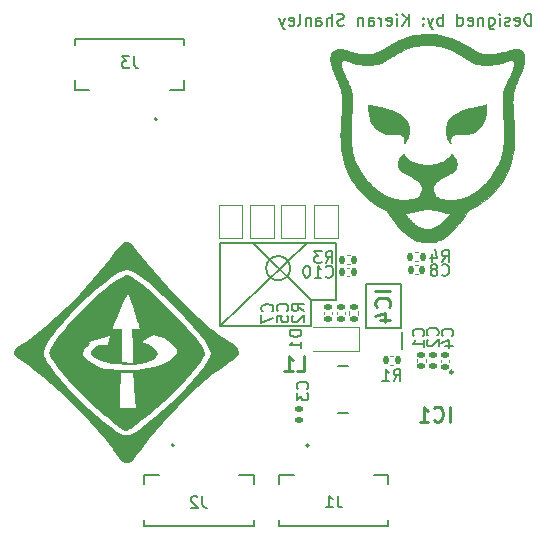
<source format=gbo>
G04 #@! TF.GenerationSoftware,KiCad,Pcbnew,7.0.2*
G04 #@! TF.CreationDate,2023-06-06T15:19:24-04:00*
G04 #@! TF.ProjectId,ExternalFaces,45787465-726e-4616-9c46-616365732e6b,rev?*
G04 #@! TF.SameCoordinates,Original*
G04 #@! TF.FileFunction,Legend,Bot*
G04 #@! TF.FilePolarity,Positive*
%FSLAX46Y46*%
G04 Gerber Fmt 4.6, Leading zero omitted, Abs format (unit mm)*
G04 Created by KiCad (PCBNEW 7.0.2) date 2023-06-06 15:19:24*
%MOMM*%
%LPD*%
G01*
G04 APERTURE LIST*
G04 Aperture macros list*
%AMRoundRect*
0 Rectangle with rounded corners*
0 $1 Rounding radius*
0 $2 $3 $4 $5 $6 $7 $8 $9 X,Y pos of 4 corners*
0 Add a 4 corners polygon primitive as box body*
4,1,4,$2,$3,$4,$5,$6,$7,$8,$9,$2,$3,0*
0 Add four circle primitives for the rounded corners*
1,1,$1+$1,$2,$3*
1,1,$1+$1,$4,$5*
1,1,$1+$1,$6,$7*
1,1,$1+$1,$8,$9*
0 Add four rect primitives between the rounded corners*
20,1,$1+$1,$2,$3,$4,$5,0*
20,1,$1+$1,$4,$5,$6,$7,0*
20,1,$1+$1,$6,$7,$8,$9,0*
20,1,$1+$1,$8,$9,$2,$3,0*%
G04 Aperture macros list end*
%ADD10C,0.150000*%
%ADD11C,0.254000*%
%ADD12C,0.120000*%
%ADD13C,0.200000*%
%ADD14C,0.250000*%
%ADD15C,0.010000*%
%ADD16RoundRect,0.135000X0.185000X-0.135000X0.185000X0.135000X-0.185000X0.135000X-0.185000X-0.135000X0*%
%ADD17R,1.500000X1.000000*%
%ADD18R,0.380000X1.520000*%
%ADD19R,1.400000X2.290000*%
%ADD20RoundRect,0.140000X-0.140000X-0.170000X0.140000X-0.170000X0.140000X0.170000X-0.140000X0.170000X0*%
%ADD21RoundRect,0.140000X0.170000X-0.140000X0.170000X0.140000X-0.170000X0.140000X-0.170000X-0.140000X0*%
%ADD22R,0.700000X0.300000*%
%ADD23R,1.000000X1.700000*%
%ADD24R,0.450000X1.475000*%
%ADD25RoundRect,0.135000X0.135000X0.185000X-0.135000X0.185000X-0.135000X-0.185000X0.135000X-0.185000X0*%
%ADD26RoundRect,0.140000X-0.170000X0.140000X-0.170000X-0.140000X0.170000X-0.140000X0.170000X0.140000X0*%
%ADD27RoundRect,0.140000X0.140000X0.170000X-0.140000X0.170000X-0.140000X-0.170000X0.140000X-0.170000X0*%
%ADD28R,1.200000X3.700000*%
%ADD29R,0.900000X1.200000*%
G04 APERTURE END LIST*
D10*
X132300000Y-98400000D02*
X127369952Y-93569952D01*
X130519804Y-95700000D02*
G75*
G03*
X130519804Y-95700000I-1019804J0D01*
G01*
X124600000Y-100600000D02*
X131900000Y-93600000D01*
X134400000Y-98400000D02*
X132300000Y-98400000D01*
X132300000Y-100600000D01*
X124600000Y-100600000D01*
X124600000Y-93600000D01*
X131900000Y-93600000D01*
X134400000Y-93600000D01*
X134400000Y-98400000D01*
X150919048Y-75162619D02*
X150919048Y-74162619D01*
X150919048Y-74162619D02*
X150680953Y-74162619D01*
X150680953Y-74162619D02*
X150538096Y-74210238D01*
X150538096Y-74210238D02*
X150442858Y-74305476D01*
X150442858Y-74305476D02*
X150395239Y-74400714D01*
X150395239Y-74400714D02*
X150347620Y-74591190D01*
X150347620Y-74591190D02*
X150347620Y-74734047D01*
X150347620Y-74734047D02*
X150395239Y-74924523D01*
X150395239Y-74924523D02*
X150442858Y-75019761D01*
X150442858Y-75019761D02*
X150538096Y-75115000D01*
X150538096Y-75115000D02*
X150680953Y-75162619D01*
X150680953Y-75162619D02*
X150919048Y-75162619D01*
X149538096Y-75115000D02*
X149633334Y-75162619D01*
X149633334Y-75162619D02*
X149823810Y-75162619D01*
X149823810Y-75162619D02*
X149919048Y-75115000D01*
X149919048Y-75115000D02*
X149966667Y-75019761D01*
X149966667Y-75019761D02*
X149966667Y-74638809D01*
X149966667Y-74638809D02*
X149919048Y-74543571D01*
X149919048Y-74543571D02*
X149823810Y-74495952D01*
X149823810Y-74495952D02*
X149633334Y-74495952D01*
X149633334Y-74495952D02*
X149538096Y-74543571D01*
X149538096Y-74543571D02*
X149490477Y-74638809D01*
X149490477Y-74638809D02*
X149490477Y-74734047D01*
X149490477Y-74734047D02*
X149966667Y-74829285D01*
X149109524Y-75115000D02*
X149014286Y-75162619D01*
X149014286Y-75162619D02*
X148823810Y-75162619D01*
X148823810Y-75162619D02*
X148728572Y-75115000D01*
X148728572Y-75115000D02*
X148680953Y-75019761D01*
X148680953Y-75019761D02*
X148680953Y-74972142D01*
X148680953Y-74972142D02*
X148728572Y-74876904D01*
X148728572Y-74876904D02*
X148823810Y-74829285D01*
X148823810Y-74829285D02*
X148966667Y-74829285D01*
X148966667Y-74829285D02*
X149061905Y-74781666D01*
X149061905Y-74781666D02*
X149109524Y-74686428D01*
X149109524Y-74686428D02*
X149109524Y-74638809D01*
X149109524Y-74638809D02*
X149061905Y-74543571D01*
X149061905Y-74543571D02*
X148966667Y-74495952D01*
X148966667Y-74495952D02*
X148823810Y-74495952D01*
X148823810Y-74495952D02*
X148728572Y-74543571D01*
X148252381Y-75162619D02*
X148252381Y-74495952D01*
X148252381Y-74162619D02*
X148300000Y-74210238D01*
X148300000Y-74210238D02*
X148252381Y-74257857D01*
X148252381Y-74257857D02*
X148204762Y-74210238D01*
X148204762Y-74210238D02*
X148252381Y-74162619D01*
X148252381Y-74162619D02*
X148252381Y-74257857D01*
X147347620Y-74495952D02*
X147347620Y-75305476D01*
X147347620Y-75305476D02*
X147395239Y-75400714D01*
X147395239Y-75400714D02*
X147442858Y-75448333D01*
X147442858Y-75448333D02*
X147538096Y-75495952D01*
X147538096Y-75495952D02*
X147680953Y-75495952D01*
X147680953Y-75495952D02*
X147776191Y-75448333D01*
X147347620Y-75115000D02*
X147442858Y-75162619D01*
X147442858Y-75162619D02*
X147633334Y-75162619D01*
X147633334Y-75162619D02*
X147728572Y-75115000D01*
X147728572Y-75115000D02*
X147776191Y-75067380D01*
X147776191Y-75067380D02*
X147823810Y-74972142D01*
X147823810Y-74972142D02*
X147823810Y-74686428D01*
X147823810Y-74686428D02*
X147776191Y-74591190D01*
X147776191Y-74591190D02*
X147728572Y-74543571D01*
X147728572Y-74543571D02*
X147633334Y-74495952D01*
X147633334Y-74495952D02*
X147442858Y-74495952D01*
X147442858Y-74495952D02*
X147347620Y-74543571D01*
X146871429Y-74495952D02*
X146871429Y-75162619D01*
X146871429Y-74591190D02*
X146823810Y-74543571D01*
X146823810Y-74543571D02*
X146728572Y-74495952D01*
X146728572Y-74495952D02*
X146585715Y-74495952D01*
X146585715Y-74495952D02*
X146490477Y-74543571D01*
X146490477Y-74543571D02*
X146442858Y-74638809D01*
X146442858Y-74638809D02*
X146442858Y-75162619D01*
X145585715Y-75115000D02*
X145680953Y-75162619D01*
X145680953Y-75162619D02*
X145871429Y-75162619D01*
X145871429Y-75162619D02*
X145966667Y-75115000D01*
X145966667Y-75115000D02*
X146014286Y-75019761D01*
X146014286Y-75019761D02*
X146014286Y-74638809D01*
X146014286Y-74638809D02*
X145966667Y-74543571D01*
X145966667Y-74543571D02*
X145871429Y-74495952D01*
X145871429Y-74495952D02*
X145680953Y-74495952D01*
X145680953Y-74495952D02*
X145585715Y-74543571D01*
X145585715Y-74543571D02*
X145538096Y-74638809D01*
X145538096Y-74638809D02*
X145538096Y-74734047D01*
X145538096Y-74734047D02*
X146014286Y-74829285D01*
X144680953Y-75162619D02*
X144680953Y-74162619D01*
X144680953Y-75115000D02*
X144776191Y-75162619D01*
X144776191Y-75162619D02*
X144966667Y-75162619D01*
X144966667Y-75162619D02*
X145061905Y-75115000D01*
X145061905Y-75115000D02*
X145109524Y-75067380D01*
X145109524Y-75067380D02*
X145157143Y-74972142D01*
X145157143Y-74972142D02*
X145157143Y-74686428D01*
X145157143Y-74686428D02*
X145109524Y-74591190D01*
X145109524Y-74591190D02*
X145061905Y-74543571D01*
X145061905Y-74543571D02*
X144966667Y-74495952D01*
X144966667Y-74495952D02*
X144776191Y-74495952D01*
X144776191Y-74495952D02*
X144680953Y-74543571D01*
X143442857Y-75162619D02*
X143442857Y-74162619D01*
X143442857Y-74543571D02*
X143347619Y-74495952D01*
X143347619Y-74495952D02*
X143157143Y-74495952D01*
X143157143Y-74495952D02*
X143061905Y-74543571D01*
X143061905Y-74543571D02*
X143014286Y-74591190D01*
X143014286Y-74591190D02*
X142966667Y-74686428D01*
X142966667Y-74686428D02*
X142966667Y-74972142D01*
X142966667Y-74972142D02*
X143014286Y-75067380D01*
X143014286Y-75067380D02*
X143061905Y-75115000D01*
X143061905Y-75115000D02*
X143157143Y-75162619D01*
X143157143Y-75162619D02*
X143347619Y-75162619D01*
X143347619Y-75162619D02*
X143442857Y-75115000D01*
X142633333Y-74495952D02*
X142395238Y-75162619D01*
X142157143Y-74495952D02*
X142395238Y-75162619D01*
X142395238Y-75162619D02*
X142490476Y-75400714D01*
X142490476Y-75400714D02*
X142538095Y-75448333D01*
X142538095Y-75448333D02*
X142633333Y-75495952D01*
X141776190Y-75067380D02*
X141728571Y-75115000D01*
X141728571Y-75115000D02*
X141776190Y-75162619D01*
X141776190Y-75162619D02*
X141823809Y-75115000D01*
X141823809Y-75115000D02*
X141776190Y-75067380D01*
X141776190Y-75067380D02*
X141776190Y-75162619D01*
X141776190Y-74543571D02*
X141728571Y-74591190D01*
X141728571Y-74591190D02*
X141776190Y-74638809D01*
X141776190Y-74638809D02*
X141823809Y-74591190D01*
X141823809Y-74591190D02*
X141776190Y-74543571D01*
X141776190Y-74543571D02*
X141776190Y-74638809D01*
X140538095Y-75162619D02*
X140538095Y-74162619D01*
X139966667Y-75162619D02*
X140395238Y-74591190D01*
X139966667Y-74162619D02*
X140538095Y-74734047D01*
X139538095Y-75162619D02*
X139538095Y-74495952D01*
X139538095Y-74162619D02*
X139585714Y-74210238D01*
X139585714Y-74210238D02*
X139538095Y-74257857D01*
X139538095Y-74257857D02*
X139490476Y-74210238D01*
X139490476Y-74210238D02*
X139538095Y-74162619D01*
X139538095Y-74162619D02*
X139538095Y-74257857D01*
X138680953Y-75115000D02*
X138776191Y-75162619D01*
X138776191Y-75162619D02*
X138966667Y-75162619D01*
X138966667Y-75162619D02*
X139061905Y-75115000D01*
X139061905Y-75115000D02*
X139109524Y-75019761D01*
X139109524Y-75019761D02*
X139109524Y-74638809D01*
X139109524Y-74638809D02*
X139061905Y-74543571D01*
X139061905Y-74543571D02*
X138966667Y-74495952D01*
X138966667Y-74495952D02*
X138776191Y-74495952D01*
X138776191Y-74495952D02*
X138680953Y-74543571D01*
X138680953Y-74543571D02*
X138633334Y-74638809D01*
X138633334Y-74638809D02*
X138633334Y-74734047D01*
X138633334Y-74734047D02*
X139109524Y-74829285D01*
X138204762Y-75162619D02*
X138204762Y-74495952D01*
X138204762Y-74686428D02*
X138157143Y-74591190D01*
X138157143Y-74591190D02*
X138109524Y-74543571D01*
X138109524Y-74543571D02*
X138014286Y-74495952D01*
X138014286Y-74495952D02*
X137919048Y-74495952D01*
X137157143Y-75162619D02*
X137157143Y-74638809D01*
X137157143Y-74638809D02*
X137204762Y-74543571D01*
X137204762Y-74543571D02*
X137300000Y-74495952D01*
X137300000Y-74495952D02*
X137490476Y-74495952D01*
X137490476Y-74495952D02*
X137585714Y-74543571D01*
X137157143Y-75115000D02*
X137252381Y-75162619D01*
X137252381Y-75162619D02*
X137490476Y-75162619D01*
X137490476Y-75162619D02*
X137585714Y-75115000D01*
X137585714Y-75115000D02*
X137633333Y-75019761D01*
X137633333Y-75019761D02*
X137633333Y-74924523D01*
X137633333Y-74924523D02*
X137585714Y-74829285D01*
X137585714Y-74829285D02*
X137490476Y-74781666D01*
X137490476Y-74781666D02*
X137252381Y-74781666D01*
X137252381Y-74781666D02*
X137157143Y-74734047D01*
X136680952Y-74495952D02*
X136680952Y-75162619D01*
X136680952Y-74591190D02*
X136633333Y-74543571D01*
X136633333Y-74543571D02*
X136538095Y-74495952D01*
X136538095Y-74495952D02*
X136395238Y-74495952D01*
X136395238Y-74495952D02*
X136300000Y-74543571D01*
X136300000Y-74543571D02*
X136252381Y-74638809D01*
X136252381Y-74638809D02*
X136252381Y-75162619D01*
X135061904Y-75115000D02*
X134919047Y-75162619D01*
X134919047Y-75162619D02*
X134680952Y-75162619D01*
X134680952Y-75162619D02*
X134585714Y-75115000D01*
X134585714Y-75115000D02*
X134538095Y-75067380D01*
X134538095Y-75067380D02*
X134490476Y-74972142D01*
X134490476Y-74972142D02*
X134490476Y-74876904D01*
X134490476Y-74876904D02*
X134538095Y-74781666D01*
X134538095Y-74781666D02*
X134585714Y-74734047D01*
X134585714Y-74734047D02*
X134680952Y-74686428D01*
X134680952Y-74686428D02*
X134871428Y-74638809D01*
X134871428Y-74638809D02*
X134966666Y-74591190D01*
X134966666Y-74591190D02*
X135014285Y-74543571D01*
X135014285Y-74543571D02*
X135061904Y-74448333D01*
X135061904Y-74448333D02*
X135061904Y-74353095D01*
X135061904Y-74353095D02*
X135014285Y-74257857D01*
X135014285Y-74257857D02*
X134966666Y-74210238D01*
X134966666Y-74210238D02*
X134871428Y-74162619D01*
X134871428Y-74162619D02*
X134633333Y-74162619D01*
X134633333Y-74162619D02*
X134490476Y-74210238D01*
X134061904Y-75162619D02*
X134061904Y-74162619D01*
X133633333Y-75162619D02*
X133633333Y-74638809D01*
X133633333Y-74638809D02*
X133680952Y-74543571D01*
X133680952Y-74543571D02*
X133776190Y-74495952D01*
X133776190Y-74495952D02*
X133919047Y-74495952D01*
X133919047Y-74495952D02*
X134014285Y-74543571D01*
X134014285Y-74543571D02*
X134061904Y-74591190D01*
X132728571Y-75162619D02*
X132728571Y-74638809D01*
X132728571Y-74638809D02*
X132776190Y-74543571D01*
X132776190Y-74543571D02*
X132871428Y-74495952D01*
X132871428Y-74495952D02*
X133061904Y-74495952D01*
X133061904Y-74495952D02*
X133157142Y-74543571D01*
X132728571Y-75115000D02*
X132823809Y-75162619D01*
X132823809Y-75162619D02*
X133061904Y-75162619D01*
X133061904Y-75162619D02*
X133157142Y-75115000D01*
X133157142Y-75115000D02*
X133204761Y-75019761D01*
X133204761Y-75019761D02*
X133204761Y-74924523D01*
X133204761Y-74924523D02*
X133157142Y-74829285D01*
X133157142Y-74829285D02*
X133061904Y-74781666D01*
X133061904Y-74781666D02*
X132823809Y-74781666D01*
X132823809Y-74781666D02*
X132728571Y-74734047D01*
X132252380Y-74495952D02*
X132252380Y-75162619D01*
X132252380Y-74591190D02*
X132204761Y-74543571D01*
X132204761Y-74543571D02*
X132109523Y-74495952D01*
X132109523Y-74495952D02*
X131966666Y-74495952D01*
X131966666Y-74495952D02*
X131871428Y-74543571D01*
X131871428Y-74543571D02*
X131823809Y-74638809D01*
X131823809Y-74638809D02*
X131823809Y-75162619D01*
X131204761Y-75162619D02*
X131299999Y-75115000D01*
X131299999Y-75115000D02*
X131347618Y-75019761D01*
X131347618Y-75019761D02*
X131347618Y-74162619D01*
X130442856Y-75115000D02*
X130538094Y-75162619D01*
X130538094Y-75162619D02*
X130728570Y-75162619D01*
X130728570Y-75162619D02*
X130823808Y-75115000D01*
X130823808Y-75115000D02*
X130871427Y-75019761D01*
X130871427Y-75019761D02*
X130871427Y-74638809D01*
X130871427Y-74638809D02*
X130823808Y-74543571D01*
X130823808Y-74543571D02*
X130728570Y-74495952D01*
X130728570Y-74495952D02*
X130538094Y-74495952D01*
X130538094Y-74495952D02*
X130442856Y-74543571D01*
X130442856Y-74543571D02*
X130395237Y-74638809D01*
X130395237Y-74638809D02*
X130395237Y-74734047D01*
X130395237Y-74734047D02*
X130871427Y-74829285D01*
X130061903Y-74495952D02*
X129823808Y-75162619D01*
X129585713Y-74495952D02*
X129823808Y-75162619D01*
X129823808Y-75162619D02*
X129919046Y-75400714D01*
X129919046Y-75400714D02*
X129966665Y-75448333D01*
X129966665Y-75448333D02*
X130061903Y-75495952D01*
X131662619Y-99333333D02*
X131186428Y-99000000D01*
X131662619Y-98761905D02*
X130662619Y-98761905D01*
X130662619Y-98761905D02*
X130662619Y-99142857D01*
X130662619Y-99142857D02*
X130710238Y-99238095D01*
X130710238Y-99238095D02*
X130757857Y-99285714D01*
X130757857Y-99285714D02*
X130853095Y-99333333D01*
X130853095Y-99333333D02*
X130995952Y-99333333D01*
X130995952Y-99333333D02*
X131091190Y-99285714D01*
X131091190Y-99285714D02*
X131138809Y-99238095D01*
X131138809Y-99238095D02*
X131186428Y-99142857D01*
X131186428Y-99142857D02*
X131186428Y-98761905D01*
X130757857Y-99714286D02*
X130710238Y-99761905D01*
X130710238Y-99761905D02*
X130662619Y-99857143D01*
X130662619Y-99857143D02*
X130662619Y-100095238D01*
X130662619Y-100095238D02*
X130710238Y-100190476D01*
X130710238Y-100190476D02*
X130757857Y-100238095D01*
X130757857Y-100238095D02*
X130853095Y-100285714D01*
X130853095Y-100285714D02*
X130948333Y-100285714D01*
X130948333Y-100285714D02*
X131091190Y-100238095D01*
X131091190Y-100238095D02*
X131662619Y-99666667D01*
X131662619Y-99666667D02*
X131662619Y-100285714D01*
X123090833Y-114997619D02*
X123090833Y-115711904D01*
X123090833Y-115711904D02*
X123138452Y-115854761D01*
X123138452Y-115854761D02*
X123233690Y-115950000D01*
X123233690Y-115950000D02*
X123376547Y-115997619D01*
X123376547Y-115997619D02*
X123471785Y-115997619D01*
X122662261Y-115092857D02*
X122614642Y-115045238D01*
X122614642Y-115045238D02*
X122519404Y-114997619D01*
X122519404Y-114997619D02*
X122281309Y-114997619D01*
X122281309Y-114997619D02*
X122186071Y-115045238D01*
X122186071Y-115045238D02*
X122138452Y-115092857D01*
X122138452Y-115092857D02*
X122090833Y-115188095D01*
X122090833Y-115188095D02*
X122090833Y-115283333D01*
X122090833Y-115283333D02*
X122138452Y-115426190D01*
X122138452Y-115426190D02*
X122709880Y-115997619D01*
X122709880Y-115997619D02*
X122090833Y-115997619D01*
X143366666Y-96267380D02*
X143414285Y-96315000D01*
X143414285Y-96315000D02*
X143557142Y-96362619D01*
X143557142Y-96362619D02*
X143652380Y-96362619D01*
X143652380Y-96362619D02*
X143795237Y-96315000D01*
X143795237Y-96315000D02*
X143890475Y-96219761D01*
X143890475Y-96219761D02*
X143938094Y-96124523D01*
X143938094Y-96124523D02*
X143985713Y-95934047D01*
X143985713Y-95934047D02*
X143985713Y-95791190D01*
X143985713Y-95791190D02*
X143938094Y-95600714D01*
X143938094Y-95600714D02*
X143890475Y-95505476D01*
X143890475Y-95505476D02*
X143795237Y-95410238D01*
X143795237Y-95410238D02*
X143652380Y-95362619D01*
X143652380Y-95362619D02*
X143557142Y-95362619D01*
X143557142Y-95362619D02*
X143414285Y-95410238D01*
X143414285Y-95410238D02*
X143366666Y-95457857D01*
X142795237Y-95791190D02*
X142890475Y-95743571D01*
X142890475Y-95743571D02*
X142938094Y-95695952D01*
X142938094Y-95695952D02*
X142985713Y-95600714D01*
X142985713Y-95600714D02*
X142985713Y-95553095D01*
X142985713Y-95553095D02*
X142938094Y-95457857D01*
X142938094Y-95457857D02*
X142890475Y-95410238D01*
X142890475Y-95410238D02*
X142795237Y-95362619D01*
X142795237Y-95362619D02*
X142604761Y-95362619D01*
X142604761Y-95362619D02*
X142509523Y-95410238D01*
X142509523Y-95410238D02*
X142461904Y-95457857D01*
X142461904Y-95457857D02*
X142414285Y-95553095D01*
X142414285Y-95553095D02*
X142414285Y-95600714D01*
X142414285Y-95600714D02*
X142461904Y-95695952D01*
X142461904Y-95695952D02*
X142509523Y-95743571D01*
X142509523Y-95743571D02*
X142604761Y-95791190D01*
X142604761Y-95791190D02*
X142795237Y-95791190D01*
X142795237Y-95791190D02*
X142890475Y-95838809D01*
X142890475Y-95838809D02*
X142938094Y-95886428D01*
X142938094Y-95886428D02*
X142985713Y-95981666D01*
X142985713Y-95981666D02*
X142985713Y-96172142D01*
X142985713Y-96172142D02*
X142938094Y-96267380D01*
X142938094Y-96267380D02*
X142890475Y-96315000D01*
X142890475Y-96315000D02*
X142795237Y-96362619D01*
X142795237Y-96362619D02*
X142604761Y-96362619D01*
X142604761Y-96362619D02*
X142509523Y-96315000D01*
X142509523Y-96315000D02*
X142461904Y-96267380D01*
X142461904Y-96267380D02*
X142414285Y-96172142D01*
X142414285Y-96172142D02*
X142414285Y-95981666D01*
X142414285Y-95981666D02*
X142461904Y-95886428D01*
X142461904Y-95886428D02*
X142509523Y-95838809D01*
X142509523Y-95838809D02*
X142604761Y-95791190D01*
X142986130Y-101370833D02*
X143033750Y-101323214D01*
X143033750Y-101323214D02*
X143081369Y-101180357D01*
X143081369Y-101180357D02*
X143081369Y-101085119D01*
X143081369Y-101085119D02*
X143033750Y-100942262D01*
X143033750Y-100942262D02*
X142938511Y-100847024D01*
X142938511Y-100847024D02*
X142843273Y-100799405D01*
X142843273Y-100799405D02*
X142652797Y-100751786D01*
X142652797Y-100751786D02*
X142509940Y-100751786D01*
X142509940Y-100751786D02*
X142319464Y-100799405D01*
X142319464Y-100799405D02*
X142224226Y-100847024D01*
X142224226Y-100847024D02*
X142128988Y-100942262D01*
X142128988Y-100942262D02*
X142081369Y-101085119D01*
X142081369Y-101085119D02*
X142081369Y-101180357D01*
X142081369Y-101180357D02*
X142128988Y-101323214D01*
X142128988Y-101323214D02*
X142176607Y-101370833D01*
X142176607Y-101751786D02*
X142128988Y-101799405D01*
X142128988Y-101799405D02*
X142081369Y-101894643D01*
X142081369Y-101894643D02*
X142081369Y-102132738D01*
X142081369Y-102132738D02*
X142128988Y-102227976D01*
X142128988Y-102227976D02*
X142176607Y-102275595D01*
X142176607Y-102275595D02*
X142271845Y-102323214D01*
X142271845Y-102323214D02*
X142367083Y-102323214D01*
X142367083Y-102323214D02*
X142509940Y-102275595D01*
X142509940Y-102275595D02*
X143081369Y-101704167D01*
X143081369Y-101704167D02*
X143081369Y-102323214D01*
D11*
X144008512Y-108687526D02*
X144008512Y-107417526D01*
X142678035Y-108566573D02*
X142738511Y-108627050D01*
X142738511Y-108627050D02*
X142919940Y-108687526D01*
X142919940Y-108687526D02*
X143040892Y-108687526D01*
X143040892Y-108687526D02*
X143222321Y-108627050D01*
X143222321Y-108627050D02*
X143343273Y-108506097D01*
X143343273Y-108506097D02*
X143403750Y-108385145D01*
X143403750Y-108385145D02*
X143464226Y-108143240D01*
X143464226Y-108143240D02*
X143464226Y-107961811D01*
X143464226Y-107961811D02*
X143403750Y-107719907D01*
X143403750Y-107719907D02*
X143343273Y-107598954D01*
X143343273Y-107598954D02*
X143222321Y-107478002D01*
X143222321Y-107478002D02*
X143040892Y-107417526D01*
X143040892Y-107417526D02*
X142919940Y-107417526D01*
X142919940Y-107417526D02*
X142738511Y-107478002D01*
X142738511Y-107478002D02*
X142678035Y-107538478D01*
X141468511Y-108687526D02*
X142194226Y-108687526D01*
X141831369Y-108687526D02*
X141831369Y-107417526D01*
X141831369Y-107417526D02*
X141952321Y-107598954D01*
X141952321Y-107598954D02*
X142073273Y-107719907D01*
X142073273Y-107719907D02*
X142194226Y-107780383D01*
D10*
X130267380Y-99333333D02*
X130315000Y-99285714D01*
X130315000Y-99285714D02*
X130362619Y-99142857D01*
X130362619Y-99142857D02*
X130362619Y-99047619D01*
X130362619Y-99047619D02*
X130315000Y-98904762D01*
X130315000Y-98904762D02*
X130219761Y-98809524D01*
X130219761Y-98809524D02*
X130124523Y-98761905D01*
X130124523Y-98761905D02*
X129934047Y-98714286D01*
X129934047Y-98714286D02*
X129791190Y-98714286D01*
X129791190Y-98714286D02*
X129600714Y-98761905D01*
X129600714Y-98761905D02*
X129505476Y-98809524D01*
X129505476Y-98809524D02*
X129410238Y-98904762D01*
X129410238Y-98904762D02*
X129362619Y-99047619D01*
X129362619Y-99047619D02*
X129362619Y-99142857D01*
X129362619Y-99142857D02*
X129410238Y-99285714D01*
X129410238Y-99285714D02*
X129457857Y-99333333D01*
X129362619Y-100238095D02*
X129362619Y-99761905D01*
X129362619Y-99761905D02*
X129838809Y-99714286D01*
X129838809Y-99714286D02*
X129791190Y-99761905D01*
X129791190Y-99761905D02*
X129743571Y-99857143D01*
X129743571Y-99857143D02*
X129743571Y-100095238D01*
X129743571Y-100095238D02*
X129791190Y-100190476D01*
X129791190Y-100190476D02*
X129838809Y-100238095D01*
X129838809Y-100238095D02*
X129934047Y-100285714D01*
X129934047Y-100285714D02*
X130172142Y-100285714D01*
X130172142Y-100285714D02*
X130267380Y-100238095D01*
X130267380Y-100238095D02*
X130315000Y-100190476D01*
X130315000Y-100190476D02*
X130362619Y-100095238D01*
X130362619Y-100095238D02*
X130362619Y-99857143D01*
X130362619Y-99857143D02*
X130315000Y-99761905D01*
X130315000Y-99761905D02*
X130267380Y-99714286D01*
D11*
X138987526Y-97660237D02*
X137717526Y-97660237D01*
X138866573Y-98990714D02*
X138927050Y-98930238D01*
X138927050Y-98930238D02*
X138987526Y-98748809D01*
X138987526Y-98748809D02*
X138987526Y-98627857D01*
X138987526Y-98627857D02*
X138927050Y-98446428D01*
X138927050Y-98446428D02*
X138806097Y-98325476D01*
X138806097Y-98325476D02*
X138685145Y-98264999D01*
X138685145Y-98264999D02*
X138443240Y-98204523D01*
X138443240Y-98204523D02*
X138261811Y-98204523D01*
X138261811Y-98204523D02*
X138019907Y-98264999D01*
X138019907Y-98264999D02*
X137898954Y-98325476D01*
X137898954Y-98325476D02*
X137778002Y-98446428D01*
X137778002Y-98446428D02*
X137717526Y-98627857D01*
X137717526Y-98627857D02*
X137717526Y-98748809D01*
X137717526Y-98748809D02*
X137778002Y-98930238D01*
X137778002Y-98930238D02*
X137838478Y-98990714D01*
X138140859Y-100079285D02*
X138987526Y-100079285D01*
X137657050Y-99776904D02*
X138564192Y-99474523D01*
X138564192Y-99474523D02*
X138564192Y-100260714D01*
D10*
X143366666Y-95162619D02*
X143699999Y-94686428D01*
X143938094Y-95162619D02*
X143938094Y-94162619D01*
X143938094Y-94162619D02*
X143557142Y-94162619D01*
X143557142Y-94162619D02*
X143461904Y-94210238D01*
X143461904Y-94210238D02*
X143414285Y-94257857D01*
X143414285Y-94257857D02*
X143366666Y-94353095D01*
X143366666Y-94353095D02*
X143366666Y-94495952D01*
X143366666Y-94495952D02*
X143414285Y-94591190D01*
X143414285Y-94591190D02*
X143461904Y-94638809D01*
X143461904Y-94638809D02*
X143557142Y-94686428D01*
X143557142Y-94686428D02*
X143938094Y-94686428D01*
X142509523Y-94495952D02*
X142509523Y-95162619D01*
X142747618Y-94115000D02*
X142985713Y-94829285D01*
X142985713Y-94829285D02*
X142366666Y-94829285D01*
X134533333Y-114962619D02*
X134533333Y-115676904D01*
X134533333Y-115676904D02*
X134580952Y-115819761D01*
X134580952Y-115819761D02*
X134676190Y-115915000D01*
X134676190Y-115915000D02*
X134819047Y-115962619D01*
X134819047Y-115962619D02*
X134914285Y-115962619D01*
X133533333Y-115962619D02*
X134104761Y-115962619D01*
X133819047Y-115962619D02*
X133819047Y-114962619D01*
X133819047Y-114962619D02*
X133914285Y-115105476D01*
X133914285Y-115105476D02*
X134009523Y-115200714D01*
X134009523Y-115200714D02*
X134104761Y-115248333D01*
X133511666Y-95262619D02*
X133844999Y-94786428D01*
X134083094Y-95262619D02*
X134083094Y-94262619D01*
X134083094Y-94262619D02*
X133702142Y-94262619D01*
X133702142Y-94262619D02*
X133606904Y-94310238D01*
X133606904Y-94310238D02*
X133559285Y-94357857D01*
X133559285Y-94357857D02*
X133511666Y-94453095D01*
X133511666Y-94453095D02*
X133511666Y-94595952D01*
X133511666Y-94595952D02*
X133559285Y-94691190D01*
X133559285Y-94691190D02*
X133606904Y-94738809D01*
X133606904Y-94738809D02*
X133702142Y-94786428D01*
X133702142Y-94786428D02*
X134083094Y-94786428D01*
X133178332Y-94262619D02*
X132559285Y-94262619D01*
X132559285Y-94262619D02*
X132892618Y-94643571D01*
X132892618Y-94643571D02*
X132749761Y-94643571D01*
X132749761Y-94643571D02*
X132654523Y-94691190D01*
X132654523Y-94691190D02*
X132606904Y-94738809D01*
X132606904Y-94738809D02*
X132559285Y-94834047D01*
X132559285Y-94834047D02*
X132559285Y-95072142D01*
X132559285Y-95072142D02*
X132606904Y-95167380D01*
X132606904Y-95167380D02*
X132654523Y-95215000D01*
X132654523Y-95215000D02*
X132749761Y-95262619D01*
X132749761Y-95262619D02*
X133035475Y-95262619D01*
X133035475Y-95262619D02*
X133130713Y-95215000D01*
X133130713Y-95215000D02*
X133178332Y-95167380D01*
X131967380Y-105933333D02*
X132015000Y-105885714D01*
X132015000Y-105885714D02*
X132062619Y-105742857D01*
X132062619Y-105742857D02*
X132062619Y-105647619D01*
X132062619Y-105647619D02*
X132015000Y-105504762D01*
X132015000Y-105504762D02*
X131919761Y-105409524D01*
X131919761Y-105409524D02*
X131824523Y-105361905D01*
X131824523Y-105361905D02*
X131634047Y-105314286D01*
X131634047Y-105314286D02*
X131491190Y-105314286D01*
X131491190Y-105314286D02*
X131300714Y-105361905D01*
X131300714Y-105361905D02*
X131205476Y-105409524D01*
X131205476Y-105409524D02*
X131110238Y-105504762D01*
X131110238Y-105504762D02*
X131062619Y-105647619D01*
X131062619Y-105647619D02*
X131062619Y-105742857D01*
X131062619Y-105742857D02*
X131110238Y-105885714D01*
X131110238Y-105885714D02*
X131157857Y-105933333D01*
X131062619Y-106266667D02*
X131062619Y-106885714D01*
X131062619Y-106885714D02*
X131443571Y-106552381D01*
X131443571Y-106552381D02*
X131443571Y-106695238D01*
X131443571Y-106695238D02*
X131491190Y-106790476D01*
X131491190Y-106790476D02*
X131538809Y-106838095D01*
X131538809Y-106838095D02*
X131634047Y-106885714D01*
X131634047Y-106885714D02*
X131872142Y-106885714D01*
X131872142Y-106885714D02*
X131967380Y-106838095D01*
X131967380Y-106838095D02*
X132015000Y-106790476D01*
X132015000Y-106790476D02*
X132062619Y-106695238D01*
X132062619Y-106695238D02*
X132062619Y-106409524D01*
X132062619Y-106409524D02*
X132015000Y-106314286D01*
X132015000Y-106314286D02*
X131967380Y-106266667D01*
X141786130Y-101433333D02*
X141833750Y-101385714D01*
X141833750Y-101385714D02*
X141881369Y-101242857D01*
X141881369Y-101242857D02*
X141881369Y-101147619D01*
X141881369Y-101147619D02*
X141833750Y-101004762D01*
X141833750Y-101004762D02*
X141738511Y-100909524D01*
X141738511Y-100909524D02*
X141643273Y-100861905D01*
X141643273Y-100861905D02*
X141452797Y-100814286D01*
X141452797Y-100814286D02*
X141309940Y-100814286D01*
X141309940Y-100814286D02*
X141119464Y-100861905D01*
X141119464Y-100861905D02*
X141024226Y-100909524D01*
X141024226Y-100909524D02*
X140928988Y-101004762D01*
X140928988Y-101004762D02*
X140881369Y-101147619D01*
X140881369Y-101147619D02*
X140881369Y-101242857D01*
X140881369Y-101242857D02*
X140928988Y-101385714D01*
X140928988Y-101385714D02*
X140976607Y-101433333D01*
X141881369Y-102385714D02*
X141881369Y-101814286D01*
X141881369Y-102100000D02*
X140881369Y-102100000D01*
X140881369Y-102100000D02*
X141024226Y-102004762D01*
X141024226Y-102004762D02*
X141119464Y-101909524D01*
X141119464Y-101909524D02*
X141167083Y-101814286D01*
X133542857Y-96405380D02*
X133590476Y-96453000D01*
X133590476Y-96453000D02*
X133733333Y-96500619D01*
X133733333Y-96500619D02*
X133828571Y-96500619D01*
X133828571Y-96500619D02*
X133971428Y-96453000D01*
X133971428Y-96453000D02*
X134066666Y-96357761D01*
X134066666Y-96357761D02*
X134114285Y-96262523D01*
X134114285Y-96262523D02*
X134161904Y-96072047D01*
X134161904Y-96072047D02*
X134161904Y-95929190D01*
X134161904Y-95929190D02*
X134114285Y-95738714D01*
X134114285Y-95738714D02*
X134066666Y-95643476D01*
X134066666Y-95643476D02*
X133971428Y-95548238D01*
X133971428Y-95548238D02*
X133828571Y-95500619D01*
X133828571Y-95500619D02*
X133733333Y-95500619D01*
X133733333Y-95500619D02*
X133590476Y-95548238D01*
X133590476Y-95548238D02*
X133542857Y-95595857D01*
X132590476Y-96500619D02*
X133161904Y-96500619D01*
X132876190Y-96500619D02*
X132876190Y-95500619D01*
X132876190Y-95500619D02*
X132971428Y-95643476D01*
X132971428Y-95643476D02*
X133066666Y-95738714D01*
X133066666Y-95738714D02*
X133161904Y-95786333D01*
X131971428Y-95500619D02*
X131876190Y-95500619D01*
X131876190Y-95500619D02*
X131780952Y-95548238D01*
X131780952Y-95548238D02*
X131733333Y-95595857D01*
X131733333Y-95595857D02*
X131685714Y-95691095D01*
X131685714Y-95691095D02*
X131638095Y-95881571D01*
X131638095Y-95881571D02*
X131638095Y-96119666D01*
X131638095Y-96119666D02*
X131685714Y-96310142D01*
X131685714Y-96310142D02*
X131733333Y-96405380D01*
X131733333Y-96405380D02*
X131780952Y-96453000D01*
X131780952Y-96453000D02*
X131876190Y-96500619D01*
X131876190Y-96500619D02*
X131971428Y-96500619D01*
X131971428Y-96500619D02*
X132066666Y-96453000D01*
X132066666Y-96453000D02*
X132114285Y-96405380D01*
X132114285Y-96405380D02*
X132161904Y-96310142D01*
X132161904Y-96310142D02*
X132209523Y-96119666D01*
X132209523Y-96119666D02*
X132209523Y-95881571D01*
X132209523Y-95881571D02*
X132161904Y-95691095D01*
X132161904Y-95691095D02*
X132114285Y-95595857D01*
X132114285Y-95595857D02*
X132066666Y-95548238D01*
X132066666Y-95548238D02*
X131971428Y-95500619D01*
D11*
X131111666Y-104387526D02*
X131716428Y-104387526D01*
X131716428Y-104387526D02*
X131716428Y-103117526D01*
X130023094Y-104387526D02*
X130748809Y-104387526D01*
X130385952Y-104387526D02*
X130385952Y-103117526D01*
X130385952Y-103117526D02*
X130506904Y-103298954D01*
X130506904Y-103298954D02*
X130627856Y-103419907D01*
X130627856Y-103419907D02*
X130748809Y-103480383D01*
D10*
X128992380Y-99371333D02*
X129040000Y-99323714D01*
X129040000Y-99323714D02*
X129087619Y-99180857D01*
X129087619Y-99180857D02*
X129087619Y-99085619D01*
X129087619Y-99085619D02*
X129040000Y-98942762D01*
X129040000Y-98942762D02*
X128944761Y-98847524D01*
X128944761Y-98847524D02*
X128849523Y-98799905D01*
X128849523Y-98799905D02*
X128659047Y-98752286D01*
X128659047Y-98752286D02*
X128516190Y-98752286D01*
X128516190Y-98752286D02*
X128325714Y-98799905D01*
X128325714Y-98799905D02*
X128230476Y-98847524D01*
X128230476Y-98847524D02*
X128135238Y-98942762D01*
X128135238Y-98942762D02*
X128087619Y-99085619D01*
X128087619Y-99085619D02*
X128087619Y-99180857D01*
X128087619Y-99180857D02*
X128135238Y-99323714D01*
X128135238Y-99323714D02*
X128182857Y-99371333D01*
X128087619Y-99704667D02*
X128087619Y-100371333D01*
X128087619Y-100371333D02*
X129087619Y-99942762D01*
X144236130Y-101433333D02*
X144283750Y-101385714D01*
X144283750Y-101385714D02*
X144331369Y-101242857D01*
X144331369Y-101242857D02*
X144331369Y-101147619D01*
X144331369Y-101147619D02*
X144283750Y-101004762D01*
X144283750Y-101004762D02*
X144188511Y-100909524D01*
X144188511Y-100909524D02*
X144093273Y-100861905D01*
X144093273Y-100861905D02*
X143902797Y-100814286D01*
X143902797Y-100814286D02*
X143759940Y-100814286D01*
X143759940Y-100814286D02*
X143569464Y-100861905D01*
X143569464Y-100861905D02*
X143474226Y-100909524D01*
X143474226Y-100909524D02*
X143378988Y-101004762D01*
X143378988Y-101004762D02*
X143331369Y-101147619D01*
X143331369Y-101147619D02*
X143331369Y-101242857D01*
X143331369Y-101242857D02*
X143378988Y-101385714D01*
X143378988Y-101385714D02*
X143426607Y-101433333D01*
X143664702Y-102290476D02*
X144331369Y-102290476D01*
X143283750Y-102052381D02*
X143998035Y-101814286D01*
X143998035Y-101814286D02*
X143998035Y-102433333D01*
X131462619Y-100961905D02*
X130462619Y-100961905D01*
X130462619Y-100961905D02*
X130462619Y-101200000D01*
X130462619Y-101200000D02*
X130510238Y-101342857D01*
X130510238Y-101342857D02*
X130605476Y-101438095D01*
X130605476Y-101438095D02*
X130700714Y-101485714D01*
X130700714Y-101485714D02*
X130891190Y-101533333D01*
X130891190Y-101533333D02*
X131034047Y-101533333D01*
X131034047Y-101533333D02*
X131224523Y-101485714D01*
X131224523Y-101485714D02*
X131319761Y-101438095D01*
X131319761Y-101438095D02*
X131415000Y-101342857D01*
X131415000Y-101342857D02*
X131462619Y-101200000D01*
X131462619Y-101200000D02*
X131462619Y-100961905D01*
X131462619Y-102485714D02*
X131462619Y-101914286D01*
X131462619Y-102200000D02*
X130462619Y-102200000D01*
X130462619Y-102200000D02*
X130605476Y-102104762D01*
X130605476Y-102104762D02*
X130700714Y-102009524D01*
X130700714Y-102009524D02*
X130748333Y-101914286D01*
X139266666Y-105262619D02*
X139599999Y-104786428D01*
X139838094Y-105262619D02*
X139838094Y-104262619D01*
X139838094Y-104262619D02*
X139457142Y-104262619D01*
X139457142Y-104262619D02*
X139361904Y-104310238D01*
X139361904Y-104310238D02*
X139314285Y-104357857D01*
X139314285Y-104357857D02*
X139266666Y-104453095D01*
X139266666Y-104453095D02*
X139266666Y-104595952D01*
X139266666Y-104595952D02*
X139314285Y-104691190D01*
X139314285Y-104691190D02*
X139361904Y-104738809D01*
X139361904Y-104738809D02*
X139457142Y-104786428D01*
X139457142Y-104786428D02*
X139838094Y-104786428D01*
X138314285Y-105262619D02*
X138885713Y-105262619D01*
X138599999Y-105262619D02*
X138599999Y-104262619D01*
X138599999Y-104262619D02*
X138695237Y-104405476D01*
X138695237Y-104405476D02*
X138790475Y-104500714D01*
X138790475Y-104500714D02*
X138885713Y-104548333D01*
X117290833Y-77762619D02*
X117290833Y-78476904D01*
X117290833Y-78476904D02*
X117338452Y-78619761D01*
X117338452Y-78619761D02*
X117433690Y-78715000D01*
X117433690Y-78715000D02*
X117576547Y-78762619D01*
X117576547Y-78762619D02*
X117671785Y-78762619D01*
X116909880Y-77762619D02*
X116290833Y-77762619D01*
X116290833Y-77762619D02*
X116624166Y-78143571D01*
X116624166Y-78143571D02*
X116481309Y-78143571D01*
X116481309Y-78143571D02*
X116386071Y-78191190D01*
X116386071Y-78191190D02*
X116338452Y-78238809D01*
X116338452Y-78238809D02*
X116290833Y-78334047D01*
X116290833Y-78334047D02*
X116290833Y-78572142D01*
X116290833Y-78572142D02*
X116338452Y-78667380D01*
X116338452Y-78667380D02*
X116386071Y-78715000D01*
X116386071Y-78715000D02*
X116481309Y-78762619D01*
X116481309Y-78762619D02*
X116767023Y-78762619D01*
X116767023Y-78762619D02*
X116862261Y-78715000D01*
X116862261Y-78715000D02*
X116909880Y-78667380D01*
D12*
X135520000Y-99653641D02*
X135520000Y-99346359D01*
X136280000Y-99653641D02*
X136280000Y-99346359D01*
X124450000Y-93150000D02*
X126450000Y-93150000D01*
X126450000Y-93150000D02*
X126450000Y-90350000D01*
X124450000Y-90350000D02*
X124450000Y-93150000D01*
X126450000Y-90350000D02*
X124450000Y-90350000D01*
D13*
X127435000Y-117530000D02*
X127435000Y-116995000D01*
X127435000Y-114005000D02*
X127435000Y-113215000D01*
X127435000Y-113215000D02*
X126197500Y-113215000D01*
X119402500Y-113215000D02*
X118165000Y-113215000D01*
X118165000Y-117530000D02*
X127435000Y-117530000D01*
X118165000Y-116995000D02*
X118165000Y-117530000D01*
X118165000Y-113215000D02*
X118165000Y-114005000D01*
X120677500Y-110710000D02*
G75*
G03*
X120677500Y-110710000I-100000J0D01*
G01*
D12*
X141117164Y-95478000D02*
X141332836Y-95478000D01*
X141117164Y-96198000D02*
X141332836Y-96198000D01*
D14*
X144293750Y-104500000D02*
G75*
G03*
X144293750Y-104500000I-125000J0D01*
G01*
D12*
X134440000Y-99607836D02*
X134440000Y-99392164D01*
X135160000Y-99607836D02*
X135160000Y-99392164D01*
D13*
X139950000Y-102575000D02*
X139950000Y-101100000D01*
X136900000Y-100750000D02*
X139900000Y-100750000D01*
X139900000Y-100750000D02*
X139900000Y-97050000D01*
X136900000Y-97050000D02*
X136900000Y-100750000D01*
X139900000Y-97050000D02*
X136900000Y-97050000D01*
G36*
X126152198Y-102944273D02*
G01*
X126032233Y-103156197D01*
X125806442Y-103393038D01*
X125459173Y-103670827D01*
X124974774Y-104005598D01*
X124624188Y-104242208D01*
X123990083Y-104700648D01*
X123369836Y-105193957D01*
X122734212Y-105747006D01*
X122053978Y-106384661D01*
X121299900Y-107131793D01*
X121005770Y-107431142D01*
X120318766Y-108148869D01*
X119708751Y-108819095D01*
X119137528Y-109485877D01*
X118566897Y-110193270D01*
X117958660Y-110985331D01*
X117759637Y-111246833D01*
X117489987Y-111592287D01*
X117263110Y-111872541D01*
X117098298Y-112063936D01*
X117014842Y-112142813D01*
X116815815Y-112186468D01*
X116549413Y-112172916D01*
X116346984Y-112092167D01*
X116339407Y-112085607D01*
X116229492Y-111964631D01*
X116045983Y-111740609D01*
X115812571Y-111443099D01*
X115552951Y-111101656D01*
X115513601Y-111049225D01*
X114907058Y-110268577D01*
X114280777Y-109517587D01*
X113605649Y-108763677D01*
X112852567Y-107974268D01*
X111992421Y-107116784D01*
X111589955Y-106729918D01*
X110921602Y-106111372D01*
X110233557Y-105500365D01*
X109553065Y-104919959D01*
X108907373Y-104393217D01*
X108323727Y-103943202D01*
X107829373Y-103592976D01*
X107532324Y-103378495D01*
X107259156Y-103109722D01*
X107148652Y-102863716D01*
X107158937Y-102816843D01*
X109689869Y-102816843D01*
X109712113Y-103108390D01*
X109830934Y-103435000D01*
X109963665Y-103681530D01*
X110252794Y-104109660D01*
X110643911Y-104612813D01*
X111119271Y-105172927D01*
X111661130Y-105771939D01*
X112251743Y-106391787D01*
X112873367Y-107014411D01*
X113508256Y-107621746D01*
X114138668Y-108195733D01*
X114746856Y-108718308D01*
X115315078Y-109171410D01*
X115825589Y-109536977D01*
X115848692Y-109552245D01*
X116154699Y-109734804D01*
X116425444Y-109840845D01*
X116687940Y-109864421D01*
X116969203Y-109799583D01*
X117296245Y-109640384D01*
X117696081Y-109380874D01*
X118195723Y-109015107D01*
X118407135Y-108853477D01*
X119084762Y-108306711D01*
X119771757Y-107712733D01*
X120452157Y-107088249D01*
X121109999Y-106449964D01*
X121729320Y-105814583D01*
X122294156Y-105198813D01*
X122788544Y-104619358D01*
X123196523Y-104092924D01*
X123502127Y-103636217D01*
X123689395Y-103265941D01*
X123835110Y-102884392D01*
X123570147Y-102355363D01*
X123305634Y-101902533D01*
X122886766Y-101321541D01*
X122331374Y-100649569D01*
X121638286Y-99885210D01*
X120806333Y-99027054D01*
X120561429Y-98782878D01*
X119791844Y-98040108D01*
X119085005Y-97396340D01*
X118448051Y-96857140D01*
X117888118Y-96428073D01*
X117412344Y-96114706D01*
X117027864Y-95922604D01*
X116741817Y-95857333D01*
X116714062Y-95857956D01*
X116370745Y-95937442D01*
X115933560Y-96146386D01*
X115409716Y-96479425D01*
X114806423Y-96931194D01*
X114130891Y-97496327D01*
X113390329Y-98169461D01*
X112591948Y-98945230D01*
X111915151Y-99634686D01*
X111339955Y-100250100D01*
X110868220Y-100792524D01*
X110485800Y-101279016D01*
X110178551Y-101726632D01*
X109932326Y-102152431D01*
X109768660Y-102503974D01*
X109689869Y-102816843D01*
X107158937Y-102816843D01*
X107200463Y-102627593D01*
X107414238Y-102388470D01*
X107789625Y-102133460D01*
X108131215Y-101923070D01*
X108928383Y-101364633D01*
X109788714Y-100677883D01*
X110697600Y-99875444D01*
X111640433Y-98969942D01*
X112602604Y-97974000D01*
X112684816Y-97885582D01*
X113229642Y-97288009D01*
X113785093Y-96660723D01*
X114325422Y-96033936D01*
X114824885Y-95437860D01*
X115257736Y-94902708D01*
X115598228Y-94458691D01*
X115643178Y-94397750D01*
X115933266Y-94016449D01*
X116155315Y-93754682D01*
X116330427Y-93592457D01*
X116479704Y-93509782D01*
X116624249Y-93486667D01*
X116628061Y-93486669D01*
X116827085Y-93500262D01*
X116989849Y-93557065D01*
X117148094Y-93682025D01*
X117333562Y-93900085D01*
X117577995Y-94236191D01*
X117627815Y-94305854D01*
X117977552Y-94760845D01*
X118429264Y-95305523D01*
X118963270Y-95919168D01*
X119559890Y-96581060D01*
X120199442Y-97270479D01*
X120862246Y-97966706D01*
X121528621Y-98649020D01*
X122178886Y-99296703D01*
X122793359Y-99889033D01*
X123352361Y-100405291D01*
X123836209Y-100824758D01*
X124130517Y-101060905D01*
X124527680Y-101361205D01*
X124902826Y-101626953D01*
X125203186Y-101819738D01*
X125580518Y-102065165D01*
X125900085Y-102328606D01*
X126108281Y-102570252D01*
X126182666Y-102768367D01*
X126162570Y-102884392D01*
X126152198Y-102944273D01*
G37*
G36*
X121972994Y-100925800D02*
G01*
X122427506Y-101461561D01*
X122795342Y-101937212D01*
X123057685Y-102334334D01*
X123217016Y-102636506D01*
X123281814Y-102851850D01*
X123288417Y-102873795D01*
X123268949Y-103087232D01*
X123164669Y-103333371D01*
X122978593Y-103641936D01*
X122646332Y-104092502D01*
X122214252Y-104611345D01*
X121701569Y-105179889D01*
X121127500Y-105779557D01*
X120511261Y-106391774D01*
X119872070Y-106997963D01*
X119271387Y-107541334D01*
X119229141Y-107579549D01*
X118601692Y-108117955D01*
X118008940Y-108594605D01*
X117470101Y-108990924D01*
X117004391Y-109288335D01*
X116893632Y-109350378D01*
X116705858Y-109448499D01*
X116610743Y-109487647D01*
X116570895Y-109478175D01*
X116397416Y-109385521D01*
X116129859Y-109208209D01*
X115792619Y-108963655D01*
X115410090Y-108669274D01*
X115006666Y-108342482D01*
X114816169Y-108182430D01*
X114180554Y-107625398D01*
X114089799Y-107541334D01*
X116107333Y-107541334D01*
X117476884Y-107541334D01*
X117431091Y-107223834D01*
X117418885Y-107124885D01*
X117391316Y-106835046D01*
X117362195Y-106461289D01*
X117336096Y-106059667D01*
X117323152Y-105850793D01*
X117294696Y-105456662D01*
X117265438Y-105119547D01*
X117240005Y-104895500D01*
X117193116Y-104578000D01*
X116216847Y-104578000D01*
X116162090Y-105225774D01*
X116153621Y-105335989D01*
X116130006Y-105764534D01*
X116113527Y-106250103D01*
X116107333Y-106707441D01*
X116107333Y-107541334D01*
X114089799Y-107541334D01*
X113538331Y-107030524D01*
X112906642Y-106416027D01*
X112302624Y-105800123D01*
X111743417Y-105201029D01*
X111246161Y-104636963D01*
X110827993Y-104126141D01*
X110506055Y-103686782D01*
X110297485Y-103337102D01*
X110079981Y-102892542D01*
X110091047Y-102868611D01*
X112974666Y-102868611D01*
X113013687Y-103037175D01*
X113192009Y-103296660D01*
X113490907Y-103561458D01*
X113884121Y-103812897D01*
X114345392Y-104032305D01*
X114848460Y-104201010D01*
X115001534Y-104232503D01*
X115383869Y-104276127D01*
X115870719Y-104303553D01*
X116421027Y-104314809D01*
X116993734Y-104309923D01*
X117547782Y-104288919D01*
X118042112Y-104251827D01*
X118435666Y-104198671D01*
X119007410Y-104065807D01*
X119763001Y-103796925D01*
X120401667Y-103450476D01*
X120429829Y-103431312D01*
X120756334Y-103144345D01*
X120913658Y-102851850D01*
X120901825Y-102554873D01*
X120720854Y-102254459D01*
X120370769Y-101951656D01*
X120182367Y-101831343D01*
X119816521Y-101635754D01*
X119475819Y-101492095D01*
X119013960Y-101335104D01*
X118476050Y-101638242D01*
X117938141Y-101941379D01*
X118440050Y-102163347D01*
X118706906Y-102291402D01*
X119080138Y-102529772D01*
X119284103Y-102764016D01*
X119318810Y-102993736D01*
X119184269Y-103218537D01*
X118880487Y-103438020D01*
X118407473Y-103651790D01*
X118294952Y-103691116D01*
X117797094Y-103809185D01*
X117228848Y-103873237D01*
X116619931Y-103886785D01*
X116000057Y-103853344D01*
X115398943Y-103776426D01*
X114846305Y-103659544D01*
X114371858Y-103506213D01*
X114005319Y-103319945D01*
X113776403Y-103104253D01*
X113693632Y-102962741D01*
X113683077Y-102834351D01*
X113773863Y-102668958D01*
X114028774Y-102391986D01*
X114372177Y-102213945D01*
X114744070Y-102183052D01*
X114865633Y-102197547D01*
X115008941Y-102185413D01*
X115091266Y-102089216D01*
X115165773Y-101869413D01*
X115193357Y-101770777D01*
X115234741Y-101571423D01*
X115232638Y-101473750D01*
X115160239Y-101472487D01*
X114962433Y-101509990D01*
X114681993Y-101578447D01*
X114360130Y-101666095D01*
X114038056Y-101761170D01*
X113756980Y-101851906D01*
X113558113Y-101926540D01*
X113482666Y-101973307D01*
X113485676Y-101990034D01*
X113570898Y-102038000D01*
X113575090Y-102070415D01*
X113486906Y-102188592D01*
X113316898Y-102363557D01*
X113186543Y-102500903D01*
X113033852Y-102711006D01*
X112974666Y-102868611D01*
X110091047Y-102868611D01*
X110287343Y-102444104D01*
X110396276Y-102232999D01*
X110705707Y-101748889D01*
X111121919Y-101195682D01*
X111500534Y-100742203D01*
X115526510Y-100742203D01*
X115553063Y-100812476D01*
X115676605Y-100844845D01*
X115933122Y-100852667D01*
X116100926Y-100858295D01*
X116277304Y-100883834D01*
X116327850Y-100923013D01*
X116318354Y-100968590D01*
X116303188Y-101161571D01*
X116289601Y-101474944D01*
X116278792Y-101878287D01*
X116271959Y-102341180D01*
X116259544Y-103689000D01*
X117235002Y-103740590D01*
X117180485Y-102296628D01*
X117125968Y-100852667D01*
X117472376Y-100852667D01*
X117563565Y-100850826D01*
X117745580Y-100819783D01*
X117779849Y-100746834D01*
X117756616Y-100679350D01*
X117685798Y-100468122D01*
X117578749Y-100146183D01*
X117445120Y-99742573D01*
X117294559Y-99286334D01*
X117181657Y-98947146D01*
X117040598Y-98533640D01*
X116921876Y-98197351D01*
X116835419Y-97966244D01*
X116791153Y-97868285D01*
X116755341Y-97909248D01*
X116664334Y-98078031D01*
X116532340Y-98349514D01*
X116372134Y-98694875D01*
X116196492Y-99085294D01*
X116018191Y-99491948D01*
X115850006Y-99886017D01*
X115704713Y-100238680D01*
X115595089Y-100521115D01*
X115533909Y-100704500D01*
X115526510Y-100742203D01*
X111500534Y-100742203D01*
X111624706Y-100593479D01*
X112193861Y-99962382D01*
X112809178Y-99322491D01*
X113450450Y-98693906D01*
X114097473Y-98096730D01*
X114730038Y-97551061D01*
X115327940Y-97077002D01*
X115870973Y-96694653D01*
X116338931Y-96424115D01*
X116456794Y-96367649D01*
X116644276Y-96299624D01*
X116792316Y-96305738D01*
X116975953Y-96380897D01*
X117086921Y-96438428D01*
X117474715Y-96686245D01*
X117945193Y-97039739D01*
X118479536Y-97480489D01*
X119058928Y-97990073D01*
X119664551Y-98550072D01*
X120277586Y-99142065D01*
X120879217Y-99747631D01*
X121450626Y-100348349D01*
X121811100Y-100746834D01*
X121972994Y-100925800D01*
G37*
D12*
X141368641Y-95118000D02*
X141061359Y-95118000D01*
X141368641Y-94358000D02*
X141061359Y-94358000D01*
D13*
X138835000Y-117530000D02*
X138835000Y-116995000D01*
X138835000Y-114005000D02*
X138835000Y-113215000D01*
X138835000Y-113215000D02*
X137597500Y-113215000D01*
X130802500Y-113215000D02*
X129565000Y-113215000D01*
X129565000Y-117530000D02*
X138835000Y-117530000D01*
X129565000Y-116995000D02*
X129565000Y-117530000D01*
X129565000Y-113215000D02*
X129565000Y-114005000D01*
X132077500Y-110710000D02*
G75*
G03*
X132077500Y-110710000I-100000J0D01*
G01*
D12*
X135598641Y-95380000D02*
X135291359Y-95380000D01*
X135598641Y-94620000D02*
X135291359Y-94620000D01*
X132550000Y-93150000D02*
X134550000Y-93150000D01*
X134550000Y-93150000D02*
X134550000Y-90350000D01*
X132550000Y-90350000D02*
X132550000Y-93150000D01*
X134550000Y-90350000D02*
X132550000Y-90350000D01*
D15*
X147125049Y-81881975D02*
X147126527Y-81899145D01*
X147127627Y-81934549D01*
X147128175Y-81984307D01*
X147128159Y-82045309D01*
X147127564Y-82114443D01*
X147126377Y-82188599D01*
X147124336Y-82270870D01*
X147119561Y-82384925D01*
X147112364Y-82486252D01*
X147102210Y-82579435D01*
X147088567Y-82669058D01*
X147070900Y-82759705D01*
X147048675Y-82855960D01*
X147022239Y-82955276D01*
X146955535Y-83154621D01*
X146874231Y-83340133D01*
X146778682Y-83511500D01*
X146669246Y-83668408D01*
X146546277Y-83810541D01*
X146410131Y-83937588D01*
X146261166Y-84049233D01*
X146099736Y-84145163D01*
X145926198Y-84225064D01*
X145740908Y-84288623D01*
X145544222Y-84335524D01*
X145336495Y-84365456D01*
X145334777Y-84365625D01*
X145275398Y-84369614D01*
X145199179Y-84371879D01*
X145109411Y-84372455D01*
X145009383Y-84371378D01*
X144902385Y-84368680D01*
X144791708Y-84364398D01*
X144680640Y-84358564D01*
X144587516Y-84359153D01*
X144483236Y-84375553D01*
X144387348Y-84407930D01*
X144301473Y-84455152D01*
X144227233Y-84516091D01*
X144166250Y-84589616D01*
X144120144Y-84674597D01*
X144090537Y-84769903D01*
X144087951Y-84786626D01*
X144084802Y-84830191D01*
X144083737Y-84884681D01*
X144084621Y-84944060D01*
X144087322Y-85002291D01*
X144091706Y-85053336D01*
X144097639Y-85091160D01*
X144098063Y-85093025D01*
X144100791Y-85108008D01*
X144097995Y-85110947D01*
X144087184Y-85100649D01*
X144065871Y-85075920D01*
X144057836Y-85066315D01*
X143974740Y-84952019D01*
X143900569Y-84821833D01*
X143836548Y-84678466D01*
X143783900Y-84524629D01*
X143743850Y-84363031D01*
X143738466Y-84335504D01*
X143731792Y-84296013D01*
X143726997Y-84257164D01*
X143723797Y-84214766D01*
X143721909Y-84164626D01*
X143721049Y-84102555D01*
X143720933Y-84024360D01*
X143721120Y-83973657D01*
X143721909Y-83906201D01*
X143723550Y-83852493D01*
X143726332Y-83808483D01*
X143730543Y-83770124D01*
X143736471Y-83733366D01*
X143744403Y-83694160D01*
X143773161Y-83579385D01*
X143831029Y-83412029D01*
X143905362Y-83256533D01*
X143996332Y-83112643D01*
X144104109Y-82980100D01*
X144228861Y-82858648D01*
X144370760Y-82748030D01*
X144499951Y-82662671D01*
X144706906Y-82543846D01*
X144930636Y-82435253D01*
X145170523Y-82337159D01*
X145425946Y-82249835D01*
X145696287Y-82173547D01*
X145707443Y-82170747D01*
X145761983Y-82157741D01*
X145832276Y-82141777D01*
X145914988Y-82123573D01*
X146006789Y-82103847D01*
X146104343Y-82083318D01*
X146204319Y-82062704D01*
X146303384Y-82042723D01*
X146305296Y-82042342D01*
X146442863Y-82014716D01*
X146562294Y-81990244D01*
X146665427Y-81968499D01*
X146754104Y-81949058D01*
X146830165Y-81931495D01*
X146895450Y-81915386D01*
X146951799Y-81900306D01*
X147001054Y-81885830D01*
X147045054Y-81871533D01*
X147118388Y-81846472D01*
X147125049Y-81881975D01*
G36*
X147125049Y-81881975D02*
G01*
X147126527Y-81899145D01*
X147127627Y-81934549D01*
X147128175Y-81984307D01*
X147128159Y-82045309D01*
X147127564Y-82114443D01*
X147126377Y-82188599D01*
X147124336Y-82270870D01*
X147119561Y-82384925D01*
X147112364Y-82486252D01*
X147102210Y-82579435D01*
X147088567Y-82669058D01*
X147070900Y-82759705D01*
X147048675Y-82855960D01*
X147022239Y-82955276D01*
X146955535Y-83154621D01*
X146874231Y-83340133D01*
X146778682Y-83511500D01*
X146669246Y-83668408D01*
X146546277Y-83810541D01*
X146410131Y-83937588D01*
X146261166Y-84049233D01*
X146099736Y-84145163D01*
X145926198Y-84225064D01*
X145740908Y-84288623D01*
X145544222Y-84335524D01*
X145336495Y-84365456D01*
X145334777Y-84365625D01*
X145275398Y-84369614D01*
X145199179Y-84371879D01*
X145109411Y-84372455D01*
X145009383Y-84371378D01*
X144902385Y-84368680D01*
X144791708Y-84364398D01*
X144680640Y-84358564D01*
X144587516Y-84359153D01*
X144483236Y-84375553D01*
X144387348Y-84407930D01*
X144301473Y-84455152D01*
X144227233Y-84516091D01*
X144166250Y-84589616D01*
X144120144Y-84674597D01*
X144090537Y-84769903D01*
X144087951Y-84786626D01*
X144084802Y-84830191D01*
X144083737Y-84884681D01*
X144084621Y-84944060D01*
X144087322Y-85002291D01*
X144091706Y-85053336D01*
X144097639Y-85091160D01*
X144098063Y-85093025D01*
X144100791Y-85108008D01*
X144097995Y-85110947D01*
X144087184Y-85100649D01*
X144065871Y-85075920D01*
X144057836Y-85066315D01*
X143974740Y-84952019D01*
X143900569Y-84821833D01*
X143836548Y-84678466D01*
X143783900Y-84524629D01*
X143743850Y-84363031D01*
X143738466Y-84335504D01*
X143731792Y-84296013D01*
X143726997Y-84257164D01*
X143723797Y-84214766D01*
X143721909Y-84164626D01*
X143721049Y-84102555D01*
X143720933Y-84024360D01*
X143721120Y-83973657D01*
X143721909Y-83906201D01*
X143723550Y-83852493D01*
X143726332Y-83808483D01*
X143730543Y-83770124D01*
X143736471Y-83733366D01*
X143744403Y-83694160D01*
X143773161Y-83579385D01*
X143831029Y-83412029D01*
X143905362Y-83256533D01*
X143996332Y-83112643D01*
X144104109Y-82980100D01*
X144228861Y-82858648D01*
X144370760Y-82748030D01*
X144499951Y-82662671D01*
X144706906Y-82543846D01*
X144930636Y-82435253D01*
X145170523Y-82337159D01*
X145425946Y-82249835D01*
X145696287Y-82173547D01*
X145707443Y-82170747D01*
X145761983Y-82157741D01*
X145832276Y-82141777D01*
X145914988Y-82123573D01*
X146006789Y-82103847D01*
X146104343Y-82083318D01*
X146204319Y-82062704D01*
X146303384Y-82042723D01*
X146305296Y-82042342D01*
X146442863Y-82014716D01*
X146562294Y-81990244D01*
X146665427Y-81968499D01*
X146754104Y-81949058D01*
X146830165Y-81931495D01*
X146895450Y-81915386D01*
X146951799Y-81900306D01*
X147001054Y-81885830D01*
X147045054Y-81871533D01*
X147118388Y-81846472D01*
X147125049Y-81881975D01*
G37*
X137167037Y-81853653D02*
X137198643Y-81862683D01*
X137238051Y-81875388D01*
X137269861Y-81885859D01*
X137312288Y-81898889D01*
X137358171Y-81911813D01*
X137409577Y-81925107D01*
X137468570Y-81939246D01*
X137537216Y-81954706D01*
X137617581Y-81971963D01*
X137711729Y-81991493D01*
X137821727Y-82013771D01*
X137949640Y-82039273D01*
X138074754Y-82064335D01*
X138217914Y-82093847D01*
X138345501Y-82121275D01*
X138460033Y-82147231D01*
X138564028Y-82172327D01*
X138660004Y-82197175D01*
X138750480Y-82222387D01*
X138837973Y-82248576D01*
X138925000Y-82276352D01*
X139018377Y-82308130D01*
X139208968Y-82380231D01*
X139390134Y-82458631D01*
X139560317Y-82542430D01*
X139717962Y-82630724D01*
X139861511Y-82722612D01*
X139989410Y-82817192D01*
X140100101Y-82913561D01*
X140192028Y-83010817D01*
X140295265Y-83146526D01*
X140382840Y-83291853D01*
X140451879Y-83444030D01*
X140502825Y-83604215D01*
X140536120Y-83773565D01*
X140552208Y-83953240D01*
X140553213Y-83981906D01*
X140552001Y-84128891D01*
X140539010Y-84269950D01*
X140513443Y-84414587D01*
X140493002Y-84497829D01*
X140451581Y-84627410D01*
X140400059Y-84754084D01*
X140340461Y-84873523D01*
X140274813Y-84981397D01*
X140205141Y-85073380D01*
X140189406Y-85091407D01*
X140172886Y-85109538D01*
X140165451Y-85116560D01*
X140165887Y-85108536D01*
X140169731Y-85085630D01*
X140176191Y-85053060D01*
X140179879Y-85032987D01*
X140187033Y-84967459D01*
X140189240Y-84895931D01*
X140186429Y-84826954D01*
X140178530Y-84769080D01*
X140166137Y-84721801D01*
X140127363Y-84630872D01*
X140072040Y-84549983D01*
X140001730Y-84480822D01*
X139917999Y-84425079D01*
X139822409Y-84384443D01*
X139803023Y-84378586D01*
X139776605Y-84372122D01*
X139747577Y-84367164D01*
X139713727Y-84363647D01*
X139672844Y-84361510D01*
X139622719Y-84360691D01*
X139561141Y-84361127D01*
X139485899Y-84362758D01*
X139394783Y-84365519D01*
X139285583Y-84369350D01*
X139206244Y-84371478D01*
X139039366Y-84370004D01*
X138885048Y-84359456D01*
X138739160Y-84339329D01*
X138597572Y-84309121D01*
X138456156Y-84268329D01*
X138389162Y-84244185D01*
X138301422Y-84207233D01*
X138209750Y-84163882D01*
X138120028Y-84117075D01*
X138038138Y-84069759D01*
X137969960Y-84024877D01*
X137854347Y-83934555D01*
X137715912Y-83803878D01*
X137592072Y-83659075D01*
X137482835Y-83500160D01*
X137388208Y-83327148D01*
X137308200Y-83140051D01*
X137242817Y-82938886D01*
X137192068Y-82723666D01*
X137155960Y-82494406D01*
X137155687Y-82492123D01*
X137152022Y-82452462D01*
X137148662Y-82400357D01*
X137145662Y-82338784D01*
X137143078Y-82270720D01*
X137140965Y-82199142D01*
X137139378Y-82127026D01*
X137138372Y-82057349D01*
X137138003Y-81993087D01*
X137138326Y-81937219D01*
X137139396Y-81892719D01*
X137141268Y-81862566D01*
X137143998Y-81849735D01*
X137147720Y-81849520D01*
X137167037Y-81853653D01*
G36*
X137167037Y-81853653D02*
G01*
X137198643Y-81862683D01*
X137238051Y-81875388D01*
X137269861Y-81885859D01*
X137312288Y-81898889D01*
X137358171Y-81911813D01*
X137409577Y-81925107D01*
X137468570Y-81939246D01*
X137537216Y-81954706D01*
X137617581Y-81971963D01*
X137711729Y-81991493D01*
X137821727Y-82013771D01*
X137949640Y-82039273D01*
X138074754Y-82064335D01*
X138217914Y-82093847D01*
X138345501Y-82121275D01*
X138460033Y-82147231D01*
X138564028Y-82172327D01*
X138660004Y-82197175D01*
X138750480Y-82222387D01*
X138837973Y-82248576D01*
X138925000Y-82276352D01*
X139018377Y-82308130D01*
X139208968Y-82380231D01*
X139390134Y-82458631D01*
X139560317Y-82542430D01*
X139717962Y-82630724D01*
X139861511Y-82722612D01*
X139989410Y-82817192D01*
X140100101Y-82913561D01*
X140192028Y-83010817D01*
X140295265Y-83146526D01*
X140382840Y-83291853D01*
X140451879Y-83444030D01*
X140502825Y-83604215D01*
X140536120Y-83773565D01*
X140552208Y-83953240D01*
X140553213Y-83981906D01*
X140552001Y-84128891D01*
X140539010Y-84269950D01*
X140513443Y-84414587D01*
X140493002Y-84497829D01*
X140451581Y-84627410D01*
X140400059Y-84754084D01*
X140340461Y-84873523D01*
X140274813Y-84981397D01*
X140205141Y-85073380D01*
X140189406Y-85091407D01*
X140172886Y-85109538D01*
X140165451Y-85116560D01*
X140165887Y-85108536D01*
X140169731Y-85085630D01*
X140176191Y-85053060D01*
X140179879Y-85032987D01*
X140187033Y-84967459D01*
X140189240Y-84895931D01*
X140186429Y-84826954D01*
X140178530Y-84769080D01*
X140166137Y-84721801D01*
X140127363Y-84630872D01*
X140072040Y-84549983D01*
X140001730Y-84480822D01*
X139917999Y-84425079D01*
X139822409Y-84384443D01*
X139803023Y-84378586D01*
X139776605Y-84372122D01*
X139747577Y-84367164D01*
X139713727Y-84363647D01*
X139672844Y-84361510D01*
X139622719Y-84360691D01*
X139561141Y-84361127D01*
X139485899Y-84362758D01*
X139394783Y-84365519D01*
X139285583Y-84369350D01*
X139206244Y-84371478D01*
X139039366Y-84370004D01*
X138885048Y-84359456D01*
X138739160Y-84339329D01*
X138597572Y-84309121D01*
X138456156Y-84268329D01*
X138389162Y-84244185D01*
X138301422Y-84207233D01*
X138209750Y-84163882D01*
X138120028Y-84117075D01*
X138038138Y-84069759D01*
X137969960Y-84024877D01*
X137854347Y-83934555D01*
X137715912Y-83803878D01*
X137592072Y-83659075D01*
X137482835Y-83500160D01*
X137388208Y-83327148D01*
X137308200Y-83140051D01*
X137242817Y-82938886D01*
X137192068Y-82723666D01*
X137155960Y-82494406D01*
X137155687Y-82492123D01*
X137152022Y-82452462D01*
X137148662Y-82400357D01*
X137145662Y-82338784D01*
X137143078Y-82270720D01*
X137140965Y-82199142D01*
X137139378Y-82127026D01*
X137138372Y-82057349D01*
X137138003Y-81993087D01*
X137138326Y-81937219D01*
X137139396Y-81892719D01*
X137141268Y-81862566D01*
X137143998Y-81849735D01*
X137147720Y-81849520D01*
X137167037Y-81853653D01*
G37*
X150297466Y-78374228D02*
X150270951Y-78491463D01*
X150239932Y-78609929D01*
X150203701Y-78731673D01*
X150161547Y-78858737D01*
X150112759Y-78993165D01*
X150056627Y-79137001D01*
X149992443Y-79292290D01*
X149919494Y-79461075D01*
X149837072Y-79645400D01*
X149830301Y-79660344D01*
X149758128Y-79821037D01*
X149694494Y-79965869D01*
X149638739Y-80096889D01*
X149590203Y-80216148D01*
X149548227Y-80325693D01*
X149512151Y-80427575D01*
X149481315Y-80523842D01*
X149455061Y-80616543D01*
X149432728Y-80707727D01*
X149413658Y-80799444D01*
X149397189Y-80893742D01*
X149382664Y-80992671D01*
X149369422Y-81098280D01*
X149367448Y-81115424D01*
X149357593Y-81211500D01*
X149349733Y-81309245D01*
X149343909Y-81410083D01*
X149340158Y-81515435D01*
X149338522Y-81626725D01*
X149339038Y-81745375D01*
X149341746Y-81872809D01*
X149346684Y-82010448D01*
X149353893Y-82159716D01*
X149363412Y-82322035D01*
X149375279Y-82498828D01*
X149389533Y-82691518D01*
X149406214Y-82901528D01*
X149425362Y-83130280D01*
X149430629Y-83192017D01*
X149442020Y-83326765D01*
X149451786Y-83444778D01*
X149460078Y-83548525D01*
X149467045Y-83640476D01*
X149472836Y-83723102D01*
X149477601Y-83798873D01*
X149481490Y-83870259D01*
X149484651Y-83939730D01*
X149487235Y-84009758D01*
X149489391Y-84082812D01*
X149491268Y-84161362D01*
X149493017Y-84247880D01*
X149494247Y-84330466D01*
X149490292Y-84735472D01*
X149469652Y-85131918D01*
X149432412Y-85519179D01*
X149378659Y-85896631D01*
X149308479Y-86263650D01*
X149221957Y-86619611D01*
X149119179Y-86963891D01*
X149072466Y-87101338D01*
X148944366Y-87435645D01*
X148799518Y-87758459D01*
X148637955Y-88069744D01*
X148459706Y-88369466D01*
X148264803Y-88657591D01*
X148053276Y-88934084D01*
X147825156Y-89198911D01*
X147580475Y-89452036D01*
X147319262Y-89693426D01*
X147041549Y-89923046D01*
X146747367Y-90140860D01*
X146436746Y-90346835D01*
X146109718Y-90540936D01*
X145766313Y-90723129D01*
X145617782Y-90797578D01*
X145428129Y-91070778D01*
X145288911Y-91271326D01*
X145262927Y-91308694D01*
X145197192Y-91402705D01*
X145131654Y-91495738D01*
X145067930Y-91585540D01*
X145007634Y-91669857D01*
X144952382Y-91746438D01*
X144903789Y-91813028D01*
X144863470Y-91867375D01*
X144833040Y-91907225D01*
X144761492Y-91997388D01*
X144583538Y-92210948D01*
X144408171Y-92405680D01*
X144234490Y-92582389D01*
X144061594Y-92741880D01*
X143888582Y-92884959D01*
X143714553Y-93012429D01*
X143538606Y-93125097D01*
X143359840Y-93223768D01*
X143224974Y-93288633D01*
X143067839Y-93353671D01*
X142909165Y-93407238D01*
X142744500Y-93450644D01*
X142569395Y-93485197D01*
X142379400Y-93512207D01*
X142347528Y-93514773D01*
X142294588Y-93516756D01*
X142229371Y-93517650D01*
X142156224Y-93517519D01*
X142079492Y-93516429D01*
X142003521Y-93514447D01*
X141932658Y-93511637D01*
X141871248Y-93508066D01*
X141823638Y-93503799D01*
X141702834Y-93486827D01*
X141479524Y-93440083D01*
X141259831Y-93373757D01*
X141043594Y-93287765D01*
X140830654Y-93182024D01*
X140620850Y-93056450D01*
X140414021Y-92910960D01*
X140210008Y-92745470D01*
X140008649Y-92559898D01*
X139932260Y-92483546D01*
X139841063Y-92387817D01*
X139749269Y-92286223D01*
X139655699Y-92177286D01*
X139559173Y-92059532D01*
X139458513Y-91931486D01*
X139352538Y-91791671D01*
X139240068Y-91638613D01*
X139119925Y-91470835D01*
X138990928Y-91286863D01*
X138840788Y-91070812D01*
X140212793Y-91070812D01*
X140219177Y-91085186D01*
X140236825Y-91112250D01*
X140264192Y-91150037D01*
X140299733Y-91196584D01*
X140341904Y-91249926D01*
X140389160Y-91308099D01*
X140439955Y-91369139D01*
X140492746Y-91431080D01*
X140545986Y-91491960D01*
X140585455Y-91535478D01*
X140645346Y-91598972D01*
X140711214Y-91666532D01*
X140779802Y-91734960D01*
X140847851Y-91801058D01*
X140912102Y-91861628D01*
X140969297Y-91913472D01*
X141016177Y-91953393D01*
X141089037Y-92009826D01*
X141217196Y-92098494D01*
X141349631Y-92178031D01*
X141481514Y-92245624D01*
X141608020Y-92298458D01*
X141639513Y-92309106D01*
X141693773Y-92325442D01*
X141753738Y-92341806D01*
X141811220Y-92355882D01*
X141871380Y-92367447D01*
X141967931Y-92379749D01*
X142071474Y-92386971D01*
X142175410Y-92388874D01*
X142273142Y-92385219D01*
X142358070Y-92375764D01*
X142455545Y-92356858D01*
X142616085Y-92312013D01*
X142774458Y-92250171D01*
X142931359Y-92170883D01*
X143087482Y-92073700D01*
X143243523Y-91958173D01*
X143400176Y-91823854D01*
X143558137Y-91670292D01*
X143718100Y-91497040D01*
X143721212Y-91493500D01*
X143777462Y-91428706D01*
X143832494Y-91363900D01*
X143884791Y-91300997D01*
X143932832Y-91241912D01*
X143975101Y-91188561D01*
X144010079Y-91142856D01*
X144036248Y-91106715D01*
X144052089Y-91082050D01*
X144056084Y-91070778D01*
X144051107Y-91067267D01*
X144030048Y-91062165D01*
X143999837Y-91060160D01*
X143976340Y-91059309D01*
X143932933Y-91054723D01*
X143878384Y-91045900D01*
X143811317Y-91032541D01*
X143730354Y-91014347D01*
X143634119Y-90991018D01*
X143521233Y-90962255D01*
X143390320Y-90927760D01*
X143301521Y-90904252D01*
X143156237Y-90866841D01*
X143026080Y-90834955D01*
X142908367Y-90808086D01*
X142800414Y-90785725D01*
X142699535Y-90767364D01*
X142603048Y-90752494D01*
X142508266Y-90740608D01*
X142412506Y-90731197D01*
X142313084Y-90723752D01*
X142200926Y-90718467D01*
X142079977Y-90717561D01*
X141957562Y-90721973D01*
X141831517Y-90732009D01*
X141699679Y-90747976D01*
X141559885Y-90770181D01*
X141409970Y-90798932D01*
X141247772Y-90834535D01*
X141071126Y-90877298D01*
X140877871Y-90927529D01*
X140796501Y-90949181D01*
X140694819Y-90975838D01*
X140608960Y-90997733D01*
X140536733Y-91015357D01*
X140475953Y-91029202D01*
X140424430Y-91039760D01*
X140379978Y-91047523D01*
X140340407Y-91052983D01*
X140303530Y-91056631D01*
X140296720Y-91057196D01*
X140258607Y-91061112D01*
X140228877Y-91065374D01*
X140213479Y-91069156D01*
X140212793Y-91070812D01*
X138840788Y-91070812D01*
X138651631Y-90798615D01*
X138534316Y-90740322D01*
X138458496Y-90702179D01*
X138116657Y-90517923D01*
X137791236Y-90321726D01*
X137482268Y-90113637D01*
X137189788Y-89893708D01*
X136913832Y-89661987D01*
X136654435Y-89418524D01*
X136411634Y-89163369D01*
X136185464Y-88896570D01*
X135975960Y-88618179D01*
X135783158Y-88328245D01*
X135607093Y-88026816D01*
X135447802Y-87713943D01*
X135305320Y-87389676D01*
X135179682Y-87054064D01*
X135070925Y-86707157D01*
X134979083Y-86349004D01*
X134904192Y-85979655D01*
X134846288Y-85599160D01*
X134839858Y-85547855D01*
X134816868Y-85341037D01*
X134799257Y-85137465D01*
X134786789Y-84932513D01*
X134779227Y-84721555D01*
X134776334Y-84499965D01*
X134777873Y-84263120D01*
X134778657Y-84211850D01*
X134780187Y-84121818D01*
X134781865Y-84041222D01*
X134783847Y-83967363D01*
X134786285Y-83897545D01*
X134789334Y-83829070D01*
X134793148Y-83759240D01*
X134797879Y-83685358D01*
X134803681Y-83604727D01*
X134810709Y-83514649D01*
X134819116Y-83412427D01*
X134829056Y-83295363D01*
X134840682Y-83160760D01*
X134848732Y-83067650D01*
X134862171Y-82910079D01*
X134873864Y-82769443D01*
X134883944Y-82643606D01*
X134892543Y-82530434D01*
X134899797Y-82427790D01*
X134905836Y-82333539D01*
X134910796Y-82245547D01*
X134914808Y-82161678D01*
X134918007Y-82079795D01*
X134920526Y-81997765D01*
X134922497Y-81913452D01*
X134924054Y-81824720D01*
X134925519Y-81698760D01*
X134925711Y-81575140D01*
X134924245Y-81465249D01*
X134920962Y-81365645D01*
X134915707Y-81272883D01*
X134908321Y-81183522D01*
X134898649Y-81094117D01*
X134886532Y-81001226D01*
X134875622Y-80926347D01*
X134861599Y-80839995D01*
X134846255Y-80757812D01*
X134828956Y-80677930D01*
X134809068Y-80598479D01*
X134785957Y-80517593D01*
X134758987Y-80433402D01*
X134727525Y-80344038D01*
X134690936Y-80247633D01*
X134648586Y-80142318D01*
X134599840Y-80026226D01*
X134544064Y-79897487D01*
X134480624Y-79754235D01*
X134408884Y-79594600D01*
X134392013Y-79557155D01*
X134315425Y-79384117D01*
X134248019Y-79226059D01*
X134189018Y-79080791D01*
X134137642Y-78946121D01*
X134093111Y-78819859D01*
X134054646Y-78699815D01*
X134021466Y-78583798D01*
X133992794Y-78469616D01*
X133968145Y-78356440D01*
X134785402Y-78356440D01*
X134787907Y-78414783D01*
X134793071Y-78471282D01*
X134800800Y-78520608D01*
X134802005Y-78526341D01*
X134814589Y-78577449D01*
X134833027Y-78642631D01*
X134855948Y-78717632D01*
X134881982Y-78798197D01*
X134909758Y-78880070D01*
X134937907Y-78958996D01*
X134965058Y-79030720D01*
X134982581Y-79074784D01*
X135011808Y-79145869D01*
X135043679Y-79220343D01*
X135079302Y-79300653D01*
X135119786Y-79389244D01*
X135166239Y-79488565D01*
X135219770Y-79601062D01*
X135281487Y-79729182D01*
X135296347Y-79759941D01*
X135375402Y-79925988D01*
X135444929Y-80077201D01*
X135505516Y-80215901D01*
X135557749Y-80344409D01*
X135602217Y-80465049D01*
X135639508Y-80580141D01*
X135670209Y-80692008D01*
X135694908Y-80802972D01*
X135714193Y-80915354D01*
X135728653Y-81031478D01*
X135738874Y-81153663D01*
X135745444Y-81284233D01*
X135748952Y-81425510D01*
X135749985Y-81579815D01*
X135749952Y-81621249D01*
X135749751Y-81680017D01*
X135749308Y-81736145D01*
X135748552Y-81791399D01*
X135747412Y-81847541D01*
X135745817Y-81906336D01*
X135743698Y-81969545D01*
X135740984Y-82038934D01*
X135737605Y-82116265D01*
X135733489Y-82203302D01*
X135728567Y-82301809D01*
X135722768Y-82413548D01*
X135716021Y-82540284D01*
X135708257Y-82683780D01*
X135699404Y-82845800D01*
X135698881Y-82855358D01*
X135689313Y-83031235D01*
X135680899Y-83188906D01*
X135673568Y-83330346D01*
X135667248Y-83457532D01*
X135661868Y-83572438D01*
X135657357Y-83677040D01*
X135653643Y-83773313D01*
X135650655Y-83863233D01*
X135648322Y-83948775D01*
X135646571Y-84031915D01*
X135645333Y-84114628D01*
X135644534Y-84198889D01*
X135644105Y-84286675D01*
X135643974Y-84379960D01*
X135644140Y-84478216D01*
X135645092Y-84607367D01*
X135647044Y-84722279D01*
X135650171Y-84826558D01*
X135654649Y-84923811D01*
X135660655Y-85017643D01*
X135668364Y-85111662D01*
X135677952Y-85209472D01*
X135689596Y-85314680D01*
X135722472Y-85556779D01*
X135778949Y-85861481D01*
X135851526Y-86156023D01*
X135940895Y-86442363D01*
X136047750Y-86722454D01*
X136172783Y-86998253D01*
X136316689Y-87271717D01*
X136480160Y-87544800D01*
X136650549Y-87800510D01*
X136839629Y-88057284D01*
X137037633Y-88300239D01*
X137243797Y-88528731D01*
X137457359Y-88742113D01*
X137677554Y-88939738D01*
X137903620Y-89120961D01*
X138134794Y-89285135D01*
X138370311Y-89431615D01*
X138609410Y-89559754D01*
X138851326Y-89668906D01*
X139095296Y-89758426D01*
X139105067Y-89761585D01*
X139328051Y-89825571D01*
X139548400Y-89872636D01*
X139770314Y-89903368D01*
X139997994Y-89918356D01*
X140235640Y-89918189D01*
X140339437Y-89914147D01*
X140523627Y-89902180D01*
X140690567Y-89884453D01*
X140841790Y-89860750D01*
X140978825Y-89830852D01*
X141103206Y-89794540D01*
X141164949Y-89772486D01*
X141267408Y-89727399D01*
X141352546Y-89676799D01*
X141422127Y-89619354D01*
X141477918Y-89553730D01*
X141521685Y-89478594D01*
X141547258Y-89421658D01*
X141601899Y-89267820D01*
X141638147Y-89109846D01*
X141639133Y-89103843D01*
X141651102Y-88978492D01*
X141645492Y-88858368D01*
X141622002Y-88743010D01*
X141580330Y-88631957D01*
X141520174Y-88524749D01*
X141441234Y-88420925D01*
X141343207Y-88320026D01*
X141225794Y-88221590D01*
X141088692Y-88125158D01*
X140931600Y-88030269D01*
X140916874Y-88022075D01*
X140871504Y-87997518D01*
X140812725Y-87966365D01*
X140743859Y-87930350D01*
X140668228Y-87891203D01*
X140589155Y-87850657D01*
X140509960Y-87810444D01*
X140386962Y-87747504D01*
X140266258Y-87683566D01*
X140161579Y-87625342D01*
X140071428Y-87571861D01*
X139994309Y-87522155D01*
X139928724Y-87475254D01*
X139873175Y-87430188D01*
X139826166Y-87385987D01*
X139786200Y-87341682D01*
X139743453Y-87284429D01*
X139697144Y-87201129D01*
X139665394Y-87110857D01*
X139647130Y-87010319D01*
X139641280Y-86896216D01*
X139646600Y-86788919D01*
X139669393Y-86650532D01*
X139709268Y-86517872D01*
X139765285Y-86393342D01*
X139836503Y-86279347D01*
X139921983Y-86178292D01*
X139926895Y-86173395D01*
X139957409Y-86145638D01*
X139993372Y-86116114D01*
X140030641Y-86087861D01*
X140065079Y-86063919D01*
X140092544Y-86047326D01*
X140108895Y-86041120D01*
X140113914Y-86045470D01*
X140128226Y-86063814D01*
X140148768Y-86093197D01*
X140172944Y-86130020D01*
X140197551Y-86167240D01*
X140293077Y-86291090D01*
X140402907Y-86403797D01*
X140528219Y-86506357D01*
X140670191Y-86599764D01*
X140830000Y-86685014D01*
X140956006Y-86741190D01*
X141160628Y-86815059D01*
X141376469Y-86873048D01*
X141602160Y-86914749D01*
X141624350Y-86917903D01*
X141848120Y-86942206D01*
X142070224Y-86952995D01*
X142289198Y-86950609D01*
X142503573Y-86935382D01*
X142711883Y-86907654D01*
X142912662Y-86867760D01*
X143104443Y-86816039D01*
X143285759Y-86752826D01*
X143455144Y-86678460D01*
X143611132Y-86593278D01*
X143752254Y-86497616D01*
X143877045Y-86391812D01*
X143934394Y-86334462D01*
X144005564Y-86254928D01*
X144065909Y-86177260D01*
X144112037Y-86105593D01*
X144129128Y-86075416D01*
X144142213Y-86052649D01*
X144148214Y-86042652D01*
X144148840Y-86042154D01*
X144161528Y-86044960D01*
X144185587Y-86057146D01*
X144216855Y-86076070D01*
X144251169Y-86099089D01*
X144284368Y-86123561D01*
X144312290Y-86146842D01*
X144331926Y-86165534D01*
X144406981Y-86253108D01*
X144471351Y-86354773D01*
X144524331Y-86467544D01*
X144565216Y-86588438D01*
X144593301Y-86714469D01*
X144607881Y-86842654D01*
X144608251Y-86970008D01*
X144593706Y-87093547D01*
X144563540Y-87210286D01*
X144554208Y-87235750D01*
X144516515Y-87312435D01*
X144464748Y-87384819D01*
X144396007Y-87457174D01*
X144379418Y-87472567D01*
X144340716Y-87506377D01*
X144299263Y-87539356D01*
X144253316Y-87572547D01*
X144201134Y-87606995D01*
X144140974Y-87643742D01*
X144071096Y-87683834D01*
X143989758Y-87728313D01*
X143895217Y-87778223D01*
X143785732Y-87834609D01*
X143659560Y-87898514D01*
X143569083Y-87944370D01*
X143452725Y-88004591D01*
X143351559Y-88058811D01*
X143263565Y-88108302D01*
X143186721Y-88154336D01*
X143119006Y-88198185D01*
X143058399Y-88241120D01*
X143002878Y-88284415D01*
X142950424Y-88329340D01*
X142899013Y-88377169D01*
X142812182Y-88469934D01*
X142740840Y-88567806D01*
X142686319Y-88670642D01*
X142646846Y-88781280D01*
X142642435Y-88797962D01*
X142625983Y-88900721D01*
X142624297Y-89013119D01*
X142636897Y-89132005D01*
X142663305Y-89254229D01*
X142703039Y-89376638D01*
X142755621Y-89496083D01*
X142764521Y-89512816D01*
X142816446Y-89586345D01*
X142885627Y-89652363D01*
X142972301Y-89710959D01*
X143076705Y-89762220D01*
X143199073Y-89806235D01*
X143339643Y-89843090D01*
X143498650Y-89872874D01*
X143676330Y-89895675D01*
X143872920Y-89911580D01*
X143909552Y-89913670D01*
X144139210Y-89920299D01*
X144356354Y-89914566D01*
X144564414Y-89896068D01*
X144766820Y-89864404D01*
X144967001Y-89819173D01*
X145168388Y-89759973D01*
X145382307Y-89682673D01*
X145624800Y-89576416D01*
X145864262Y-89451209D01*
X146101286Y-89306712D01*
X146336467Y-89142585D01*
X146570400Y-88958489D01*
X146584483Y-88946608D01*
X146638988Y-88898445D01*
X146703547Y-88838778D01*
X146775418Y-88770349D01*
X146851858Y-88695899D01*
X146930123Y-88618172D01*
X147007472Y-88539908D01*
X147081160Y-88463849D01*
X147148446Y-88392736D01*
X147206586Y-88329313D01*
X147252838Y-88276320D01*
X147287714Y-88234486D01*
X147503137Y-87959781D01*
X147703407Y-87675394D01*
X147886841Y-87383832D01*
X148051755Y-87087600D01*
X148056019Y-87079403D01*
X148113024Y-86967347D01*
X148161881Y-86865534D01*
X148205145Y-86767956D01*
X148245371Y-86668608D01*
X148285112Y-86561486D01*
X148326922Y-86440582D01*
X148364352Y-86326075D01*
X148420615Y-86137705D01*
X148468961Y-85951850D01*
X148509941Y-85765307D01*
X148544103Y-85574873D01*
X148571996Y-85377345D01*
X148594170Y-85169518D01*
X148611174Y-84948191D01*
X148623556Y-84710160D01*
X148623859Y-84702711D01*
X148627139Y-84593297D01*
X148628685Y-84471753D01*
X148628474Y-84337270D01*
X148626478Y-84189038D01*
X148622674Y-84026248D01*
X148617036Y-83848092D01*
X148609537Y-83653759D01*
X148600154Y-83442441D01*
X148588860Y-83213328D01*
X148575630Y-82965610D01*
X148560439Y-82698480D01*
X148556366Y-82626742D01*
X148547759Y-82460101D01*
X148540296Y-82293682D01*
X148534015Y-82129489D01*
X148528954Y-81969526D01*
X148525150Y-81815797D01*
X148522642Y-81670307D01*
X148521468Y-81535060D01*
X148521666Y-81412058D01*
X148523273Y-81303308D01*
X148526327Y-81210812D01*
X148530867Y-81136575D01*
X148532644Y-81115620D01*
X148550449Y-80954633D01*
X148575460Y-80802764D01*
X148608917Y-80655138D01*
X148652065Y-80506879D01*
X148706146Y-80353111D01*
X148772402Y-80188960D01*
X148773773Y-80185756D01*
X148789508Y-80150286D01*
X148812647Y-80099622D01*
X148841901Y-80036517D01*
X148875983Y-79963726D01*
X148913602Y-79884004D01*
X148953470Y-79800104D01*
X148994298Y-79714780D01*
X149032523Y-79634980D01*
X149089759Y-79514450D01*
X149139505Y-79408080D01*
X149182853Y-79313406D01*
X149220893Y-79227959D01*
X149254718Y-79149273D01*
X149285418Y-79074883D01*
X149314084Y-79002320D01*
X149341807Y-78929120D01*
X149366525Y-78861164D01*
X149410617Y-78730108D01*
X149444281Y-78613985D01*
X149467877Y-78511319D01*
X149481770Y-78420637D01*
X149486320Y-78340462D01*
X149483871Y-78285703D01*
X149471319Y-78223014D01*
X149446506Y-78174798D01*
X149407642Y-78138926D01*
X149352939Y-78113270D01*
X149280607Y-78095701D01*
X149260009Y-78092590D01*
X149223706Y-78089765D01*
X149185020Y-78090696D01*
X149141578Y-78095882D01*
X149091009Y-78105822D01*
X149030942Y-78121015D01*
X148959006Y-78141960D01*
X148872829Y-78169154D01*
X148770040Y-78203098D01*
X148767075Y-78204091D01*
X148601982Y-78257921D01*
X148451340Y-78303903D01*
X148311406Y-78343088D01*
X148178434Y-78376526D01*
X148048680Y-78405265D01*
X148023669Y-78410368D01*
X147750758Y-78457293D01*
X147484654Y-78486886D01*
X147225907Y-78499195D01*
X146975068Y-78494268D01*
X146732689Y-78472155D01*
X146499320Y-78432902D01*
X146275513Y-78376560D01*
X146061818Y-78303175D01*
X145858788Y-78212797D01*
X145846896Y-78206831D01*
X145814194Y-78190204D01*
X145782707Y-78173733D01*
X145750592Y-78156324D01*
X145716002Y-78136887D01*
X145677093Y-78114330D01*
X145632018Y-78087561D01*
X145578935Y-78055487D01*
X145515996Y-78017018D01*
X145441358Y-77971060D01*
X145353174Y-77916524D01*
X145249600Y-77852315D01*
X145194249Y-77818010D01*
X145076556Y-77745356D01*
X144972824Y-77681831D01*
X144880848Y-77626157D01*
X144798422Y-77577056D01*
X144723342Y-77533249D01*
X144653401Y-77493458D01*
X144586393Y-77456406D01*
X144520115Y-77420814D01*
X144452359Y-77385404D01*
X144380920Y-77348898D01*
X144276548Y-77297207D01*
X144013045Y-77177546D01*
X143752613Y-77075463D01*
X143492128Y-76989995D01*
X143228467Y-76920178D01*
X142958506Y-76865047D01*
X142679120Y-76823638D01*
X142629059Y-76817832D01*
X142577689Y-76812771D01*
X142525975Y-76808839D01*
X142470586Y-76805899D01*
X142408196Y-76803811D01*
X142335474Y-76802434D01*
X142249092Y-76801629D01*
X142145720Y-76801257D01*
X142100267Y-76801242D01*
X141984256Y-76801883D01*
X141881886Y-76803489D01*
X141794823Y-76806017D01*
X141724732Y-76809421D01*
X141673280Y-76813660D01*
X141558661Y-76827492D01*
X141282713Y-76870175D01*
X141018427Y-76925371D01*
X140761905Y-76994199D01*
X140509251Y-77077775D01*
X140256567Y-77177217D01*
X139999957Y-77293644D01*
X139948374Y-77318723D01*
X139857462Y-77364078D01*
X139767828Y-77410464D01*
X139677208Y-77459172D01*
X139583337Y-77511497D01*
X139483951Y-77568731D01*
X139376785Y-77632167D01*
X139259574Y-77703099D01*
X139130054Y-77782820D01*
X138985960Y-77872621D01*
X138912453Y-77918556D01*
X138809869Y-77982210D01*
X138721091Y-78036614D01*
X138644165Y-78082908D01*
X138577134Y-78122235D01*
X138518044Y-78155734D01*
X138464939Y-78184546D01*
X138415863Y-78209813D01*
X138368862Y-78232675D01*
X138171962Y-78316042D01*
X137951485Y-78388239D01*
X137721775Y-78442511D01*
X137483022Y-78478854D01*
X137235415Y-78497260D01*
X136979143Y-78497722D01*
X136714395Y-78480235D01*
X136441360Y-78444791D01*
X136160227Y-78391384D01*
X135871185Y-78320007D01*
X135842858Y-78311999D01*
X135781800Y-78293821D01*
X135709210Y-78271361D01*
X135629923Y-78246145D01*
X135548775Y-78219700D01*
X135470600Y-78193552D01*
X135385152Y-78165020D01*
X135298282Y-78137556D01*
X135225585Y-78116822D01*
X135164529Y-78102310D01*
X135112586Y-78093514D01*
X135067225Y-78089925D01*
X135025916Y-78091036D01*
X134986130Y-78096339D01*
X134934312Y-78108720D01*
X134870685Y-78135959D01*
X134824410Y-78173459D01*
X134795637Y-78221121D01*
X134794750Y-78223649D01*
X134788731Y-78255543D01*
X134785645Y-78301583D01*
X134785402Y-78356440D01*
X133968145Y-78356440D01*
X133967849Y-78355080D01*
X133942932Y-78212670D01*
X133925187Y-78048877D01*
X133921681Y-77898146D01*
X133932358Y-77760734D01*
X133957164Y-77636899D01*
X133996044Y-77526899D01*
X134048942Y-77430991D01*
X134115805Y-77349433D01*
X134196576Y-77282483D01*
X134284009Y-77232360D01*
X134392017Y-77191276D01*
X134511353Y-77165821D01*
X134642295Y-77155991D01*
X134785123Y-77161786D01*
X134940117Y-77183201D01*
X135107557Y-77220236D01*
X135287720Y-77272887D01*
X135408940Y-77311664D01*
X135601367Y-77370826D01*
X135779444Y-77422232D01*
X135945683Y-77466508D01*
X136102596Y-77504276D01*
X136252692Y-77536162D01*
X136398483Y-77562788D01*
X136542480Y-77584780D01*
X136586359Y-77589936D01*
X136667239Y-77596340D01*
X136759150Y-77600720D01*
X136857628Y-77603078D01*
X136958207Y-77603415D01*
X137056425Y-77601733D01*
X137147815Y-77598032D01*
X137227915Y-77592314D01*
X137292259Y-77584580D01*
X137334904Y-77577358D01*
X137437958Y-77556905D01*
X137543393Y-77532329D01*
X137643657Y-77505463D01*
X137731200Y-77478138D01*
X137750156Y-77471587D01*
X137825820Y-77444098D01*
X137899296Y-77414923D01*
X137972965Y-77382856D01*
X138049208Y-77346691D01*
X138130407Y-77305221D01*
X138218943Y-77257240D01*
X138317199Y-77201542D01*
X138427555Y-77136920D01*
X138552393Y-77062168D01*
X138583043Y-77043668D01*
X138695993Y-76975568D01*
X138794148Y-76916549D01*
X138879550Y-76865408D01*
X138954244Y-76820943D01*
X139020271Y-76781951D01*
X139079676Y-76747231D01*
X139134502Y-76715580D01*
X139186791Y-76685797D01*
X139238588Y-76656678D01*
X139291934Y-76627021D01*
X139470887Y-76531313D01*
X139770397Y-76386221D01*
X140069407Y-76260546D01*
X140369256Y-76153830D01*
X140671279Y-76065614D01*
X140976815Y-75995440D01*
X141287200Y-75942849D01*
X141405851Y-75927368D01*
X141748527Y-75895717D01*
X142090039Y-75883435D01*
X142429468Y-75890409D01*
X142765892Y-75916522D01*
X143098393Y-75961658D01*
X143426050Y-76025703D01*
X143747944Y-76108540D01*
X144063154Y-76210055D01*
X144370760Y-76330131D01*
X144399579Y-76342482D01*
X144489488Y-76382037D01*
X144578158Y-76422772D01*
X144667419Y-76465672D01*
X144759099Y-76511724D01*
X144855028Y-76561916D01*
X144957036Y-76617235D01*
X145066951Y-76678667D01*
X145186603Y-76747199D01*
X145317822Y-76823818D01*
X145462436Y-76909510D01*
X145622276Y-77005263D01*
X145637714Y-77014544D01*
X145785843Y-77102764D01*
X145919269Y-77180425D01*
X146039865Y-77248374D01*
X146149504Y-77307457D01*
X146250062Y-77358517D01*
X146343411Y-77402402D01*
X146431426Y-77439956D01*
X146515981Y-77472025D01*
X146598949Y-77499454D01*
X146682205Y-77523089D01*
X146767621Y-77543775D01*
X146857073Y-77562357D01*
X146897867Y-77569937D01*
X147033700Y-77590557D01*
X147170446Y-77603862D01*
X147309652Y-77609648D01*
X147452865Y-77607710D01*
X147601633Y-77597847D01*
X147757503Y-77579853D01*
X147922022Y-77553526D01*
X148096738Y-77518662D01*
X148283198Y-77475057D01*
X148482949Y-77422507D01*
X148697539Y-77360809D01*
X148928514Y-77289760D01*
X149029319Y-77258483D01*
X149124051Y-77230733D01*
X149206753Y-77208715D01*
X149281032Y-77191604D01*
X149350498Y-77178573D01*
X149418760Y-77168798D01*
X149489427Y-77161453D01*
X149593826Y-77156475D01*
X149722867Y-77162877D01*
X149842368Y-77183462D01*
X149950936Y-77217765D01*
X150047178Y-77265320D01*
X150129701Y-77325659D01*
X150197112Y-77398317D01*
X150223127Y-77436343D01*
X150265049Y-77513397D01*
X150300480Y-77598668D01*
X150325984Y-77684520D01*
X150333760Y-77726737D01*
X150341568Y-77801482D01*
X150345319Y-77887918D01*
X150345059Y-77981190D01*
X150340833Y-78076444D01*
X150332687Y-78168825D01*
X150320665Y-78253480D01*
X150320188Y-78256183D01*
X150303965Y-78340462D01*
X150297466Y-78374228D01*
G36*
X150297466Y-78374228D02*
G01*
X150270951Y-78491463D01*
X150239932Y-78609929D01*
X150203701Y-78731673D01*
X150161547Y-78858737D01*
X150112759Y-78993165D01*
X150056627Y-79137001D01*
X149992443Y-79292290D01*
X149919494Y-79461075D01*
X149837072Y-79645400D01*
X149830301Y-79660344D01*
X149758128Y-79821037D01*
X149694494Y-79965869D01*
X149638739Y-80096889D01*
X149590203Y-80216148D01*
X149548227Y-80325693D01*
X149512151Y-80427575D01*
X149481315Y-80523842D01*
X149455061Y-80616543D01*
X149432728Y-80707727D01*
X149413658Y-80799444D01*
X149397189Y-80893742D01*
X149382664Y-80992671D01*
X149369422Y-81098280D01*
X149367448Y-81115424D01*
X149357593Y-81211500D01*
X149349733Y-81309245D01*
X149343909Y-81410083D01*
X149340158Y-81515435D01*
X149338522Y-81626725D01*
X149339038Y-81745375D01*
X149341746Y-81872809D01*
X149346684Y-82010448D01*
X149353893Y-82159716D01*
X149363412Y-82322035D01*
X149375279Y-82498828D01*
X149389533Y-82691518D01*
X149406214Y-82901528D01*
X149425362Y-83130280D01*
X149430629Y-83192017D01*
X149442020Y-83326765D01*
X149451786Y-83444778D01*
X149460078Y-83548525D01*
X149467045Y-83640476D01*
X149472836Y-83723102D01*
X149477601Y-83798873D01*
X149481490Y-83870259D01*
X149484651Y-83939730D01*
X149487235Y-84009758D01*
X149489391Y-84082812D01*
X149491268Y-84161362D01*
X149493017Y-84247880D01*
X149494247Y-84330466D01*
X149490292Y-84735472D01*
X149469652Y-85131918D01*
X149432412Y-85519179D01*
X149378659Y-85896631D01*
X149308479Y-86263650D01*
X149221957Y-86619611D01*
X149119179Y-86963891D01*
X149072466Y-87101338D01*
X148944366Y-87435645D01*
X148799518Y-87758459D01*
X148637955Y-88069744D01*
X148459706Y-88369466D01*
X148264803Y-88657591D01*
X148053276Y-88934084D01*
X147825156Y-89198911D01*
X147580475Y-89452036D01*
X147319262Y-89693426D01*
X147041549Y-89923046D01*
X146747367Y-90140860D01*
X146436746Y-90346835D01*
X146109718Y-90540936D01*
X145766313Y-90723129D01*
X145617782Y-90797578D01*
X145428129Y-91070778D01*
X145288911Y-91271326D01*
X145262927Y-91308694D01*
X145197192Y-91402705D01*
X145131654Y-91495738D01*
X145067930Y-91585540D01*
X145007634Y-91669857D01*
X144952382Y-91746438D01*
X144903789Y-91813028D01*
X144863470Y-91867375D01*
X144833040Y-91907225D01*
X144761492Y-91997388D01*
X144583538Y-92210948D01*
X144408171Y-92405680D01*
X144234490Y-92582389D01*
X144061594Y-92741880D01*
X143888582Y-92884959D01*
X143714553Y-93012429D01*
X143538606Y-93125097D01*
X143359840Y-93223768D01*
X143224974Y-93288633D01*
X143067839Y-93353671D01*
X142909165Y-93407238D01*
X142744500Y-93450644D01*
X142569395Y-93485197D01*
X142379400Y-93512207D01*
X142347528Y-93514773D01*
X142294588Y-93516756D01*
X142229371Y-93517650D01*
X142156224Y-93517519D01*
X142079492Y-93516429D01*
X142003521Y-93514447D01*
X141932658Y-93511637D01*
X141871248Y-93508066D01*
X141823638Y-93503799D01*
X141702834Y-93486827D01*
X141479524Y-93440083D01*
X141259831Y-93373757D01*
X141043594Y-93287765D01*
X140830654Y-93182024D01*
X140620850Y-93056450D01*
X140414021Y-92910960D01*
X140210008Y-92745470D01*
X140008649Y-92559898D01*
X139932260Y-92483546D01*
X139841063Y-92387817D01*
X139749269Y-92286223D01*
X139655699Y-92177286D01*
X139559173Y-92059532D01*
X139458513Y-91931486D01*
X139352538Y-91791671D01*
X139240068Y-91638613D01*
X139119925Y-91470835D01*
X138990928Y-91286863D01*
X138840788Y-91070812D01*
X140212793Y-91070812D01*
X140219177Y-91085186D01*
X140236825Y-91112250D01*
X140264192Y-91150037D01*
X140299733Y-91196584D01*
X140341904Y-91249926D01*
X140389160Y-91308099D01*
X140439955Y-91369139D01*
X140492746Y-91431080D01*
X140545986Y-91491960D01*
X140585455Y-91535478D01*
X140645346Y-91598972D01*
X140711214Y-91666532D01*
X140779802Y-91734960D01*
X140847851Y-91801058D01*
X140912102Y-91861628D01*
X140969297Y-91913472D01*
X141016177Y-91953393D01*
X141089037Y-92009826D01*
X141217196Y-92098494D01*
X141349631Y-92178031D01*
X141481514Y-92245624D01*
X141608020Y-92298458D01*
X141639513Y-92309106D01*
X141693773Y-92325442D01*
X141753738Y-92341806D01*
X141811220Y-92355882D01*
X141871380Y-92367447D01*
X141967931Y-92379749D01*
X142071474Y-92386971D01*
X142175410Y-92388874D01*
X142273142Y-92385219D01*
X142358070Y-92375764D01*
X142455545Y-92356858D01*
X142616085Y-92312013D01*
X142774458Y-92250171D01*
X142931359Y-92170883D01*
X143087482Y-92073700D01*
X143243523Y-91958173D01*
X143400176Y-91823854D01*
X143558137Y-91670292D01*
X143718100Y-91497040D01*
X143721212Y-91493500D01*
X143777462Y-91428706D01*
X143832494Y-91363900D01*
X143884791Y-91300997D01*
X143932832Y-91241912D01*
X143975101Y-91188561D01*
X144010079Y-91142856D01*
X144036248Y-91106715D01*
X144052089Y-91082050D01*
X144056084Y-91070778D01*
X144051107Y-91067267D01*
X144030048Y-91062165D01*
X143999837Y-91060160D01*
X143976340Y-91059309D01*
X143932933Y-91054723D01*
X143878384Y-91045900D01*
X143811317Y-91032541D01*
X143730354Y-91014347D01*
X143634119Y-90991018D01*
X143521233Y-90962255D01*
X143390320Y-90927760D01*
X143301521Y-90904252D01*
X143156237Y-90866841D01*
X143026080Y-90834955D01*
X142908367Y-90808086D01*
X142800414Y-90785725D01*
X142699535Y-90767364D01*
X142603048Y-90752494D01*
X142508266Y-90740608D01*
X142412506Y-90731197D01*
X142313084Y-90723752D01*
X142200926Y-90718467D01*
X142079977Y-90717561D01*
X141957562Y-90721973D01*
X141831517Y-90732009D01*
X141699679Y-90747976D01*
X141559885Y-90770181D01*
X141409970Y-90798932D01*
X141247772Y-90834535D01*
X141071126Y-90877298D01*
X140877871Y-90927529D01*
X140796501Y-90949181D01*
X140694819Y-90975838D01*
X140608960Y-90997733D01*
X140536733Y-91015357D01*
X140475953Y-91029202D01*
X140424430Y-91039760D01*
X140379978Y-91047523D01*
X140340407Y-91052983D01*
X140303530Y-91056631D01*
X140296720Y-91057196D01*
X140258607Y-91061112D01*
X140228877Y-91065374D01*
X140213479Y-91069156D01*
X140212793Y-91070812D01*
X138840788Y-91070812D01*
X138651631Y-90798615D01*
X138534316Y-90740322D01*
X138458496Y-90702179D01*
X138116657Y-90517923D01*
X137791236Y-90321726D01*
X137482268Y-90113637D01*
X137189788Y-89893708D01*
X136913832Y-89661987D01*
X136654435Y-89418524D01*
X136411634Y-89163369D01*
X136185464Y-88896570D01*
X135975960Y-88618179D01*
X135783158Y-88328245D01*
X135607093Y-88026816D01*
X135447802Y-87713943D01*
X135305320Y-87389676D01*
X135179682Y-87054064D01*
X135070925Y-86707157D01*
X134979083Y-86349004D01*
X134904192Y-85979655D01*
X134846288Y-85599160D01*
X134839858Y-85547855D01*
X134816868Y-85341037D01*
X134799257Y-85137465D01*
X134786789Y-84932513D01*
X134779227Y-84721555D01*
X134776334Y-84499965D01*
X134777873Y-84263120D01*
X134778657Y-84211850D01*
X134780187Y-84121818D01*
X134781865Y-84041222D01*
X134783847Y-83967363D01*
X134786285Y-83897545D01*
X134789334Y-83829070D01*
X134793148Y-83759240D01*
X134797879Y-83685358D01*
X134803681Y-83604727D01*
X134810709Y-83514649D01*
X134819116Y-83412427D01*
X134829056Y-83295363D01*
X134840682Y-83160760D01*
X134848732Y-83067650D01*
X134862171Y-82910079D01*
X134873864Y-82769443D01*
X134883944Y-82643606D01*
X134892543Y-82530434D01*
X134899797Y-82427790D01*
X134905836Y-82333539D01*
X134910796Y-82245547D01*
X134914808Y-82161678D01*
X134918007Y-82079795D01*
X134920526Y-81997765D01*
X134922497Y-81913452D01*
X134924054Y-81824720D01*
X134925519Y-81698760D01*
X134925711Y-81575140D01*
X134924245Y-81465249D01*
X134920962Y-81365645D01*
X134915707Y-81272883D01*
X134908321Y-81183522D01*
X134898649Y-81094117D01*
X134886532Y-81001226D01*
X134875622Y-80926347D01*
X134861599Y-80839995D01*
X134846255Y-80757812D01*
X134828956Y-80677930D01*
X134809068Y-80598479D01*
X134785957Y-80517593D01*
X134758987Y-80433402D01*
X134727525Y-80344038D01*
X134690936Y-80247633D01*
X134648586Y-80142318D01*
X134599840Y-80026226D01*
X134544064Y-79897487D01*
X134480624Y-79754235D01*
X134408884Y-79594600D01*
X134392013Y-79557155D01*
X134315425Y-79384117D01*
X134248019Y-79226059D01*
X134189018Y-79080791D01*
X134137642Y-78946121D01*
X134093111Y-78819859D01*
X134054646Y-78699815D01*
X134021466Y-78583798D01*
X133992794Y-78469616D01*
X133968145Y-78356440D01*
X134785402Y-78356440D01*
X134787907Y-78414783D01*
X134793071Y-78471282D01*
X134800800Y-78520608D01*
X134802005Y-78526341D01*
X134814589Y-78577449D01*
X134833027Y-78642631D01*
X134855948Y-78717632D01*
X134881982Y-78798197D01*
X134909758Y-78880070D01*
X134937907Y-78958996D01*
X134965058Y-79030720D01*
X134982581Y-79074784D01*
X135011808Y-79145869D01*
X135043679Y-79220343D01*
X135079302Y-79300653D01*
X135119786Y-79389244D01*
X135166239Y-79488565D01*
X135219770Y-79601062D01*
X135281487Y-79729182D01*
X135296347Y-79759941D01*
X135375402Y-79925988D01*
X135444929Y-80077201D01*
X135505516Y-80215901D01*
X135557749Y-80344409D01*
X135602217Y-80465049D01*
X135639508Y-80580141D01*
X135670209Y-80692008D01*
X135694908Y-80802972D01*
X135714193Y-80915354D01*
X135728653Y-81031478D01*
X135738874Y-81153663D01*
X135745444Y-81284233D01*
X135748952Y-81425510D01*
X135749985Y-81579815D01*
X135749952Y-81621249D01*
X135749751Y-81680017D01*
X135749308Y-81736145D01*
X135748552Y-81791399D01*
X135747412Y-81847541D01*
X135745817Y-81906336D01*
X135743698Y-81969545D01*
X135740984Y-82038934D01*
X135737605Y-82116265D01*
X135733489Y-82203302D01*
X135728567Y-82301809D01*
X135722768Y-82413548D01*
X135716021Y-82540284D01*
X135708257Y-82683780D01*
X135699404Y-82845800D01*
X135698881Y-82855358D01*
X135689313Y-83031235D01*
X135680899Y-83188906D01*
X135673568Y-83330346D01*
X135667248Y-83457532D01*
X135661868Y-83572438D01*
X135657357Y-83677040D01*
X135653643Y-83773313D01*
X135650655Y-83863233D01*
X135648322Y-83948775D01*
X135646571Y-84031915D01*
X135645333Y-84114628D01*
X135644534Y-84198889D01*
X135644105Y-84286675D01*
X135643974Y-84379960D01*
X135644140Y-84478216D01*
X135645092Y-84607367D01*
X135647044Y-84722279D01*
X135650171Y-84826558D01*
X135654649Y-84923811D01*
X135660655Y-85017643D01*
X135668364Y-85111662D01*
X135677952Y-85209472D01*
X135689596Y-85314680D01*
X135722472Y-85556779D01*
X135778949Y-85861481D01*
X135851526Y-86156023D01*
X135940895Y-86442363D01*
X136047750Y-86722454D01*
X136172783Y-86998253D01*
X136316689Y-87271717D01*
X136480160Y-87544800D01*
X136650549Y-87800510D01*
X136839629Y-88057284D01*
X137037633Y-88300239D01*
X137243797Y-88528731D01*
X137457359Y-88742113D01*
X137677554Y-88939738D01*
X137903620Y-89120961D01*
X138134794Y-89285135D01*
X138370311Y-89431615D01*
X138609410Y-89559754D01*
X138851326Y-89668906D01*
X139095296Y-89758426D01*
X139105067Y-89761585D01*
X139328051Y-89825571D01*
X139548400Y-89872636D01*
X139770314Y-89903368D01*
X139997994Y-89918356D01*
X140235640Y-89918189D01*
X140339437Y-89914147D01*
X140523627Y-89902180D01*
X140690567Y-89884453D01*
X140841790Y-89860750D01*
X140978825Y-89830852D01*
X141103206Y-89794540D01*
X141164949Y-89772486D01*
X141267408Y-89727399D01*
X141352546Y-89676799D01*
X141422127Y-89619354D01*
X141477918Y-89553730D01*
X141521685Y-89478594D01*
X141547258Y-89421658D01*
X141601899Y-89267820D01*
X141638147Y-89109846D01*
X141639133Y-89103843D01*
X141651102Y-88978492D01*
X141645492Y-88858368D01*
X141622002Y-88743010D01*
X141580330Y-88631957D01*
X141520174Y-88524749D01*
X141441234Y-88420925D01*
X141343207Y-88320026D01*
X141225794Y-88221590D01*
X141088692Y-88125158D01*
X140931600Y-88030269D01*
X140916874Y-88022075D01*
X140871504Y-87997518D01*
X140812725Y-87966365D01*
X140743859Y-87930350D01*
X140668228Y-87891203D01*
X140589155Y-87850657D01*
X140509960Y-87810444D01*
X140386962Y-87747504D01*
X140266258Y-87683566D01*
X140161579Y-87625342D01*
X140071428Y-87571861D01*
X139994309Y-87522155D01*
X139928724Y-87475254D01*
X139873175Y-87430188D01*
X139826166Y-87385987D01*
X139786200Y-87341682D01*
X139743453Y-87284429D01*
X139697144Y-87201129D01*
X139665394Y-87110857D01*
X139647130Y-87010319D01*
X139641280Y-86896216D01*
X139646600Y-86788919D01*
X139669393Y-86650532D01*
X139709268Y-86517872D01*
X139765285Y-86393342D01*
X139836503Y-86279347D01*
X139921983Y-86178292D01*
X139926895Y-86173395D01*
X139957409Y-86145638D01*
X139993372Y-86116114D01*
X140030641Y-86087861D01*
X140065079Y-86063919D01*
X140092544Y-86047326D01*
X140108895Y-86041120D01*
X140113914Y-86045470D01*
X140128226Y-86063814D01*
X140148768Y-86093197D01*
X140172944Y-86130020D01*
X140197551Y-86167240D01*
X140293077Y-86291090D01*
X140402907Y-86403797D01*
X140528219Y-86506357D01*
X140670191Y-86599764D01*
X140830000Y-86685014D01*
X140956006Y-86741190D01*
X141160628Y-86815059D01*
X141376469Y-86873048D01*
X141602160Y-86914749D01*
X141624350Y-86917903D01*
X141848120Y-86942206D01*
X142070224Y-86952995D01*
X142289198Y-86950609D01*
X142503573Y-86935382D01*
X142711883Y-86907654D01*
X142912662Y-86867760D01*
X143104443Y-86816039D01*
X143285759Y-86752826D01*
X143455144Y-86678460D01*
X143611132Y-86593278D01*
X143752254Y-86497616D01*
X143877045Y-86391812D01*
X143934394Y-86334462D01*
X144005564Y-86254928D01*
X144065909Y-86177260D01*
X144112037Y-86105593D01*
X144129128Y-86075416D01*
X144142213Y-86052649D01*
X144148214Y-86042652D01*
X144148840Y-86042154D01*
X144161528Y-86044960D01*
X144185587Y-86057146D01*
X144216855Y-86076070D01*
X144251169Y-86099089D01*
X144284368Y-86123561D01*
X144312290Y-86146842D01*
X144331926Y-86165534D01*
X144406981Y-86253108D01*
X144471351Y-86354773D01*
X144524331Y-86467544D01*
X144565216Y-86588438D01*
X144593301Y-86714469D01*
X144607881Y-86842654D01*
X144608251Y-86970008D01*
X144593706Y-87093547D01*
X144563540Y-87210286D01*
X144554208Y-87235750D01*
X144516515Y-87312435D01*
X144464748Y-87384819D01*
X144396007Y-87457174D01*
X144379418Y-87472567D01*
X144340716Y-87506377D01*
X144299263Y-87539356D01*
X144253316Y-87572547D01*
X144201134Y-87606995D01*
X144140974Y-87643742D01*
X144071096Y-87683834D01*
X143989758Y-87728313D01*
X143895217Y-87778223D01*
X143785732Y-87834609D01*
X143659560Y-87898514D01*
X143569083Y-87944370D01*
X143452725Y-88004591D01*
X143351559Y-88058811D01*
X143263565Y-88108302D01*
X143186721Y-88154336D01*
X143119006Y-88198185D01*
X143058399Y-88241120D01*
X143002878Y-88284415D01*
X142950424Y-88329340D01*
X142899013Y-88377169D01*
X142812182Y-88469934D01*
X142740840Y-88567806D01*
X142686319Y-88670642D01*
X142646846Y-88781280D01*
X142642435Y-88797962D01*
X142625983Y-88900721D01*
X142624297Y-89013119D01*
X142636897Y-89132005D01*
X142663305Y-89254229D01*
X142703039Y-89376638D01*
X142755621Y-89496083D01*
X142764521Y-89512816D01*
X142816446Y-89586345D01*
X142885627Y-89652363D01*
X142972301Y-89710959D01*
X143076705Y-89762220D01*
X143199073Y-89806235D01*
X143339643Y-89843090D01*
X143498650Y-89872874D01*
X143676330Y-89895675D01*
X143872920Y-89911580D01*
X143909552Y-89913670D01*
X144139210Y-89920299D01*
X144356354Y-89914566D01*
X144564414Y-89896068D01*
X144766820Y-89864404D01*
X144967001Y-89819173D01*
X145168388Y-89759973D01*
X145382307Y-89682673D01*
X145624800Y-89576416D01*
X145864262Y-89451209D01*
X146101286Y-89306712D01*
X146336467Y-89142585D01*
X146570400Y-88958489D01*
X146584483Y-88946608D01*
X146638988Y-88898445D01*
X146703547Y-88838778D01*
X146775418Y-88770349D01*
X146851858Y-88695899D01*
X146930123Y-88618172D01*
X147007472Y-88539908D01*
X147081160Y-88463849D01*
X147148446Y-88392736D01*
X147206586Y-88329313D01*
X147252838Y-88276320D01*
X147287714Y-88234486D01*
X147503137Y-87959781D01*
X147703407Y-87675394D01*
X147886841Y-87383832D01*
X148051755Y-87087600D01*
X148056019Y-87079403D01*
X148113024Y-86967347D01*
X148161881Y-86865534D01*
X148205145Y-86767956D01*
X148245371Y-86668608D01*
X148285112Y-86561486D01*
X148326922Y-86440582D01*
X148364352Y-86326075D01*
X148420615Y-86137705D01*
X148468961Y-85951850D01*
X148509941Y-85765307D01*
X148544103Y-85574873D01*
X148571996Y-85377345D01*
X148594170Y-85169518D01*
X148611174Y-84948191D01*
X148623556Y-84710160D01*
X148623859Y-84702711D01*
X148627139Y-84593297D01*
X148628685Y-84471753D01*
X148628474Y-84337270D01*
X148626478Y-84189038D01*
X148622674Y-84026248D01*
X148617036Y-83848092D01*
X148609537Y-83653759D01*
X148600154Y-83442441D01*
X148588860Y-83213328D01*
X148575630Y-82965610D01*
X148560439Y-82698480D01*
X148556366Y-82626742D01*
X148547759Y-82460101D01*
X148540296Y-82293682D01*
X148534015Y-82129489D01*
X148528954Y-81969526D01*
X148525150Y-81815797D01*
X148522642Y-81670307D01*
X148521468Y-81535060D01*
X148521666Y-81412058D01*
X148523273Y-81303308D01*
X148526327Y-81210812D01*
X148530867Y-81136575D01*
X148532644Y-81115620D01*
X148550449Y-80954633D01*
X148575460Y-80802764D01*
X148608917Y-80655138D01*
X148652065Y-80506879D01*
X148706146Y-80353111D01*
X148772402Y-80188960D01*
X148773773Y-80185756D01*
X148789508Y-80150286D01*
X148812647Y-80099622D01*
X148841901Y-80036517D01*
X148875983Y-79963726D01*
X148913602Y-79884004D01*
X148953470Y-79800104D01*
X148994298Y-79714780D01*
X149032523Y-79634980D01*
X149089759Y-79514450D01*
X149139505Y-79408080D01*
X149182853Y-79313406D01*
X149220893Y-79227959D01*
X149254718Y-79149273D01*
X149285418Y-79074883D01*
X149314084Y-79002320D01*
X149341807Y-78929120D01*
X149366525Y-78861164D01*
X149410617Y-78730108D01*
X149444281Y-78613985D01*
X149467877Y-78511319D01*
X149481770Y-78420637D01*
X149486320Y-78340462D01*
X149483871Y-78285703D01*
X149471319Y-78223014D01*
X149446506Y-78174798D01*
X149407642Y-78138926D01*
X149352939Y-78113270D01*
X149280607Y-78095701D01*
X149260009Y-78092590D01*
X149223706Y-78089765D01*
X149185020Y-78090696D01*
X149141578Y-78095882D01*
X149091009Y-78105822D01*
X149030942Y-78121015D01*
X148959006Y-78141960D01*
X148872829Y-78169154D01*
X148770040Y-78203098D01*
X148767075Y-78204091D01*
X148601982Y-78257921D01*
X148451340Y-78303903D01*
X148311406Y-78343088D01*
X148178434Y-78376526D01*
X148048680Y-78405265D01*
X148023669Y-78410368D01*
X147750758Y-78457293D01*
X147484654Y-78486886D01*
X147225907Y-78499195D01*
X146975068Y-78494268D01*
X146732689Y-78472155D01*
X146499320Y-78432902D01*
X146275513Y-78376560D01*
X146061818Y-78303175D01*
X145858788Y-78212797D01*
X145846896Y-78206831D01*
X145814194Y-78190204D01*
X145782707Y-78173733D01*
X145750592Y-78156324D01*
X145716002Y-78136887D01*
X145677093Y-78114330D01*
X145632018Y-78087561D01*
X145578935Y-78055487D01*
X145515996Y-78017018D01*
X145441358Y-77971060D01*
X145353174Y-77916524D01*
X145249600Y-77852315D01*
X145194249Y-77818010D01*
X145076556Y-77745356D01*
X144972824Y-77681831D01*
X144880848Y-77626157D01*
X144798422Y-77577056D01*
X144723342Y-77533249D01*
X144653401Y-77493458D01*
X144586393Y-77456406D01*
X144520115Y-77420814D01*
X144452359Y-77385404D01*
X144380920Y-77348898D01*
X144276548Y-77297207D01*
X144013045Y-77177546D01*
X143752613Y-77075463D01*
X143492128Y-76989995D01*
X143228467Y-76920178D01*
X142958506Y-76865047D01*
X142679120Y-76823638D01*
X142629059Y-76817832D01*
X142577689Y-76812771D01*
X142525975Y-76808839D01*
X142470586Y-76805899D01*
X142408196Y-76803811D01*
X142335474Y-76802434D01*
X142249092Y-76801629D01*
X142145720Y-76801257D01*
X142100267Y-76801242D01*
X141984256Y-76801883D01*
X141881886Y-76803489D01*
X141794823Y-76806017D01*
X141724732Y-76809421D01*
X141673280Y-76813660D01*
X141558661Y-76827492D01*
X141282713Y-76870175D01*
X141018427Y-76925371D01*
X140761905Y-76994199D01*
X140509251Y-77077775D01*
X140256567Y-77177217D01*
X139999957Y-77293644D01*
X139948374Y-77318723D01*
X139857462Y-77364078D01*
X139767828Y-77410464D01*
X139677208Y-77459172D01*
X139583337Y-77511497D01*
X139483951Y-77568731D01*
X139376785Y-77632167D01*
X139259574Y-77703099D01*
X139130054Y-77782820D01*
X138985960Y-77872621D01*
X138912453Y-77918556D01*
X138809869Y-77982210D01*
X138721091Y-78036614D01*
X138644165Y-78082908D01*
X138577134Y-78122235D01*
X138518044Y-78155734D01*
X138464939Y-78184546D01*
X138415863Y-78209813D01*
X138368862Y-78232675D01*
X138171962Y-78316042D01*
X137951485Y-78388239D01*
X137721775Y-78442511D01*
X137483022Y-78478854D01*
X137235415Y-78497260D01*
X136979143Y-78497722D01*
X136714395Y-78480235D01*
X136441360Y-78444791D01*
X136160227Y-78391384D01*
X135871185Y-78320007D01*
X135842858Y-78311999D01*
X135781800Y-78293821D01*
X135709210Y-78271361D01*
X135629923Y-78246145D01*
X135548775Y-78219700D01*
X135470600Y-78193552D01*
X135385152Y-78165020D01*
X135298282Y-78137556D01*
X135225585Y-78116822D01*
X135164529Y-78102310D01*
X135112586Y-78093514D01*
X135067225Y-78089925D01*
X135025916Y-78091036D01*
X134986130Y-78096339D01*
X134934312Y-78108720D01*
X134870685Y-78135959D01*
X134824410Y-78173459D01*
X134795637Y-78221121D01*
X134794750Y-78223649D01*
X134788731Y-78255543D01*
X134785645Y-78301583D01*
X134785402Y-78356440D01*
X133968145Y-78356440D01*
X133967849Y-78355080D01*
X133942932Y-78212670D01*
X133925187Y-78048877D01*
X133921681Y-77898146D01*
X133932358Y-77760734D01*
X133957164Y-77636899D01*
X133996044Y-77526899D01*
X134048942Y-77430991D01*
X134115805Y-77349433D01*
X134196576Y-77282483D01*
X134284009Y-77232360D01*
X134392017Y-77191276D01*
X134511353Y-77165821D01*
X134642295Y-77155991D01*
X134785123Y-77161786D01*
X134940117Y-77183201D01*
X135107557Y-77220236D01*
X135287720Y-77272887D01*
X135408940Y-77311664D01*
X135601367Y-77370826D01*
X135779444Y-77422232D01*
X135945683Y-77466508D01*
X136102596Y-77504276D01*
X136252692Y-77536162D01*
X136398483Y-77562788D01*
X136542480Y-77584780D01*
X136586359Y-77589936D01*
X136667239Y-77596340D01*
X136759150Y-77600720D01*
X136857628Y-77603078D01*
X136958207Y-77603415D01*
X137056425Y-77601733D01*
X137147815Y-77598032D01*
X137227915Y-77592314D01*
X137292259Y-77584580D01*
X137334904Y-77577358D01*
X137437958Y-77556905D01*
X137543393Y-77532329D01*
X137643657Y-77505463D01*
X137731200Y-77478138D01*
X137750156Y-77471587D01*
X137825820Y-77444098D01*
X137899296Y-77414923D01*
X137972965Y-77382856D01*
X138049208Y-77346691D01*
X138130407Y-77305221D01*
X138218943Y-77257240D01*
X138317199Y-77201542D01*
X138427555Y-77136920D01*
X138552393Y-77062168D01*
X138583043Y-77043668D01*
X138695993Y-76975568D01*
X138794148Y-76916549D01*
X138879550Y-76865408D01*
X138954244Y-76820943D01*
X139020271Y-76781951D01*
X139079676Y-76747231D01*
X139134502Y-76715580D01*
X139186791Y-76685797D01*
X139238588Y-76656678D01*
X139291934Y-76627021D01*
X139470887Y-76531313D01*
X139770397Y-76386221D01*
X140069407Y-76260546D01*
X140369256Y-76153830D01*
X140671279Y-76065614D01*
X140976815Y-75995440D01*
X141287200Y-75942849D01*
X141405851Y-75927368D01*
X141748527Y-75895717D01*
X142090039Y-75883435D01*
X142429468Y-75890409D01*
X142765892Y-75916522D01*
X143098393Y-75961658D01*
X143426050Y-76025703D01*
X143747944Y-76108540D01*
X144063154Y-76210055D01*
X144370760Y-76330131D01*
X144399579Y-76342482D01*
X144489488Y-76382037D01*
X144578158Y-76422772D01*
X144667419Y-76465672D01*
X144759099Y-76511724D01*
X144855028Y-76561916D01*
X144957036Y-76617235D01*
X145066951Y-76678667D01*
X145186603Y-76747199D01*
X145317822Y-76823818D01*
X145462436Y-76909510D01*
X145622276Y-77005263D01*
X145637714Y-77014544D01*
X145785843Y-77102764D01*
X145919269Y-77180425D01*
X146039865Y-77248374D01*
X146149504Y-77307457D01*
X146250062Y-77358517D01*
X146343411Y-77402402D01*
X146431426Y-77439956D01*
X146515981Y-77472025D01*
X146598949Y-77499454D01*
X146682205Y-77523089D01*
X146767621Y-77543775D01*
X146857073Y-77562357D01*
X146897867Y-77569937D01*
X147033700Y-77590557D01*
X147170446Y-77603862D01*
X147309652Y-77609648D01*
X147452865Y-77607710D01*
X147601633Y-77597847D01*
X147757503Y-77579853D01*
X147922022Y-77553526D01*
X148096738Y-77518662D01*
X148283198Y-77475057D01*
X148482949Y-77422507D01*
X148697539Y-77360809D01*
X148928514Y-77289760D01*
X149029319Y-77258483D01*
X149124051Y-77230733D01*
X149206753Y-77208715D01*
X149281032Y-77191604D01*
X149350498Y-77178573D01*
X149418760Y-77168798D01*
X149489427Y-77161453D01*
X149593826Y-77156475D01*
X149722867Y-77162877D01*
X149842368Y-77183462D01*
X149950936Y-77217765D01*
X150047178Y-77265320D01*
X150129701Y-77325659D01*
X150197112Y-77398317D01*
X150223127Y-77436343D01*
X150265049Y-77513397D01*
X150300480Y-77598668D01*
X150325984Y-77684520D01*
X150333760Y-77726737D01*
X150341568Y-77801482D01*
X150345319Y-77887918D01*
X150345059Y-77981190D01*
X150340833Y-78076444D01*
X150332687Y-78168825D01*
X150320665Y-78253480D01*
X150320188Y-78256183D01*
X150303965Y-78340462D01*
X150297466Y-78374228D01*
G37*
D12*
X141258750Y-103645336D02*
X141258750Y-103429664D01*
X141978750Y-103645336D02*
X141978750Y-103429664D01*
X135532836Y-96398000D02*
X135317164Y-96398000D01*
X135532836Y-95678000D02*
X135317164Y-95678000D01*
X129750000Y-93150000D02*
X131750000Y-93150000D01*
X131750000Y-93150000D02*
X131750000Y-90350000D01*
X129750000Y-90350000D02*
X129750000Y-93150000D01*
X131750000Y-90350000D02*
X129750000Y-90350000D01*
D13*
X135400000Y-108000000D02*
X134600000Y-108000000D01*
X135400000Y-104000000D02*
X134600000Y-104000000D01*
D12*
X127150000Y-93150000D02*
X129150000Y-93150000D01*
X129150000Y-93150000D02*
X129150000Y-90350000D01*
X127150000Y-90350000D02*
X127150000Y-93150000D01*
X129150000Y-90350000D02*
X127150000Y-90350000D01*
X133340000Y-99607836D02*
X133340000Y-99392164D01*
X134060000Y-99607836D02*
X134060000Y-99392164D01*
X143978750Y-103442164D02*
X143978750Y-103657836D01*
X143258750Y-103442164D02*
X143258750Y-103657836D01*
X136350000Y-102700000D02*
X132450000Y-102700000D01*
X136350000Y-100700000D02*
X136350000Y-102700000D01*
X136350000Y-100700000D02*
X132450000Y-100700000D01*
X139253641Y-103880000D02*
X138946359Y-103880000D01*
X139253641Y-103120000D02*
X138946359Y-103120000D01*
D13*
X112282500Y-76270000D02*
X112282500Y-76805000D01*
X112282500Y-79795000D02*
X112282500Y-80585000D01*
X112282500Y-80585000D02*
X113520000Y-80585000D01*
X120315000Y-80585000D02*
X121552500Y-80585000D01*
X121552500Y-76270000D02*
X112282500Y-76270000D01*
X121552500Y-76805000D02*
X121552500Y-76270000D01*
X121552500Y-80585000D02*
X121552500Y-79795000D01*
X119240000Y-83090000D02*
G75*
G03*
X119240000Y-83090000I-100000J0D01*
G01*
%LPC*%
D16*
X135900000Y-100010000D03*
X135900000Y-98990000D03*
D17*
X125450000Y-92400000D03*
X125450000Y-91100000D03*
D18*
X120577500Y-112070000D03*
X119942500Y-112070000D03*
X121847500Y-112070000D03*
X121212500Y-112070000D03*
X123117500Y-112070000D03*
X122482500Y-112070000D03*
X124387500Y-112070000D03*
X123752500Y-112070000D03*
X125657500Y-112070000D03*
X125022500Y-112070000D03*
D19*
X127510000Y-115500000D03*
X118090000Y-115500000D03*
D20*
X140745000Y-95838000D03*
X141705000Y-95838000D03*
D21*
X142618750Y-104017500D03*
X142618750Y-103057500D03*
D22*
X143818750Y-105150000D03*
X143818750Y-105650000D03*
X143818750Y-106150000D03*
X143818750Y-106650000D03*
X141718750Y-106650000D03*
X141718750Y-106150000D03*
X141718750Y-105650000D03*
X141718750Y-105150000D03*
D23*
X142768750Y-105900000D03*
D21*
X134800000Y-99980000D03*
X134800000Y-99020000D03*
D24*
X139375000Y-101838000D03*
X138725000Y-101838000D03*
X138075000Y-101838000D03*
X137425000Y-101838000D03*
X137425000Y-95962000D03*
X138075000Y-95962000D03*
X138725000Y-95962000D03*
X139375000Y-95962000D03*
D25*
X141725000Y-94738000D03*
X140705000Y-94738000D03*
D18*
X131977500Y-112070000D03*
X131342500Y-112070000D03*
X133247500Y-112070000D03*
X132612500Y-112070000D03*
X134517500Y-112070000D03*
X133882500Y-112070000D03*
X135787500Y-112070000D03*
X135152500Y-112070000D03*
X137057500Y-112070000D03*
X136422500Y-112070000D03*
D19*
X138910000Y-115500000D03*
X129490000Y-115500000D03*
D25*
X135955000Y-95000000D03*
X134935000Y-95000000D03*
D26*
X131300000Y-107620000D03*
X131300000Y-108580000D03*
D17*
X133550000Y-92400000D03*
X133550000Y-91100000D03*
D21*
X141618750Y-104017500D03*
X141618750Y-103057500D03*
D27*
X135905000Y-96038000D03*
X134945000Y-96038000D03*
D17*
X130750000Y-92400000D03*
X130750000Y-91100000D03*
D28*
X136400000Y-106000000D03*
X133600000Y-106000000D03*
D17*
X128150000Y-92400000D03*
X128150000Y-91100000D03*
D21*
X133700000Y-99980000D03*
X133700000Y-99020000D03*
D26*
X143618750Y-103070000D03*
X143618750Y-104030000D03*
D29*
X135750000Y-101700000D03*
X132450000Y-101700000D03*
D25*
X139610000Y-103500000D03*
X138590000Y-103500000D03*
D18*
X119140000Y-81730000D03*
X119775000Y-81730000D03*
X117870000Y-81730000D03*
X118505000Y-81730000D03*
X116600000Y-81730000D03*
X117235000Y-81730000D03*
X115330000Y-81730000D03*
X115965000Y-81730000D03*
X114060000Y-81730000D03*
X114695000Y-81730000D03*
D19*
X112207500Y-78300000D03*
X121627500Y-78300000D03*
%LPD*%
M02*

</source>
